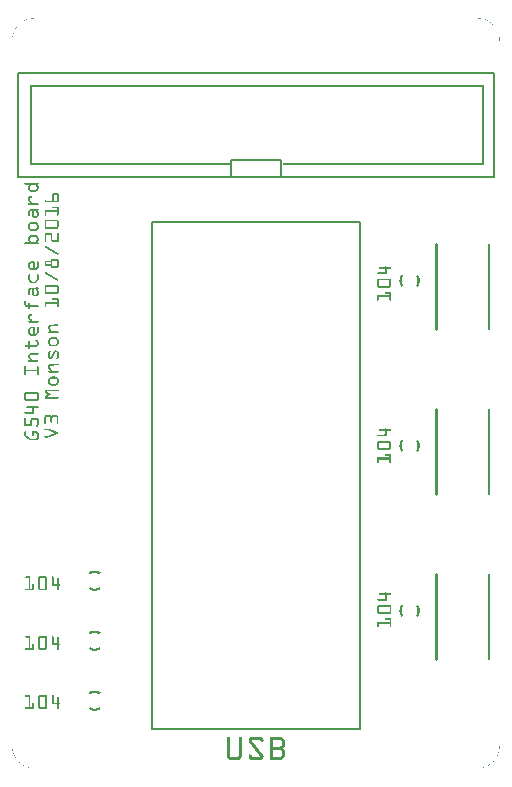
<source format=gto>
G04 MADE WITH FRITZING*
G04 WWW.FRITZING.ORG*
G04 DOUBLE SIDED*
G04 HOLES PLATED*
G04 CONTOUR ON CENTER OF CONTOUR VECTOR*
%ASAXBY*%
%FSLAX23Y23*%
%MOIN*%
%OFA0B0*%
%SFA1.0B1.0*%
%ADD10R,1.595200X0.354200X1.579200X0.338200*%
%ADD11C,0.008000*%
%ADD12R,0.173200X0.063000X0.157200X0.047000*%
%ADD13C,0.010000*%
%ADD14C,0.005000*%
%ADD15R,0.001000X0.001000*%
%LNSILK1*%
G90*
G70*
G54D11*
X19Y2318D02*
X1606Y2318D01*
X1606Y1972D01*
X19Y1972D01*
X19Y2318D01*
D02*
X730Y2027D02*
X895Y2027D01*
X895Y1972D01*
X730Y1972D01*
X730Y2027D01*
D02*
G54D13*
X1412Y1749D02*
X1412Y1463D01*
G54D14*
D02*
X1588Y1463D02*
X1588Y1749D01*
G54D13*
D02*
X1412Y1199D02*
X1412Y913D01*
G54D14*
D02*
X1588Y913D02*
X1588Y1199D01*
G54D13*
D02*
X1412Y649D02*
X1412Y363D01*
G54D14*
D02*
X1588Y363D02*
X1588Y649D01*
G54D11*
X466Y130D02*
X1158Y130D01*
X1158Y1822D01*
X466Y1822D01*
X466Y130D01*
D02*
G54D15*
X62Y2500D02*
X72Y2500D01*
X1552Y2500D02*
X1562Y2500D01*
X57Y2499D02*
X61Y2499D01*
X1563Y2499D02*
X1567Y2499D01*
X53Y2498D02*
X55Y2498D01*
X1568Y2498D02*
X1571Y2498D01*
X50Y2497D02*
X52Y2497D01*
X1572Y2497D02*
X1572Y2497D01*
X1574Y2497D02*
X1574Y2497D01*
X47Y2496D02*
X49Y2496D01*
X1575Y2496D02*
X1577Y2496D01*
X45Y2495D02*
X46Y2495D01*
X1578Y2495D02*
X1579Y2495D01*
X42Y2494D02*
X43Y2494D01*
X1581Y2494D02*
X1582Y2494D01*
X40Y2493D02*
X41Y2493D01*
X1583Y2493D02*
X1584Y2493D01*
X39Y2492D02*
X39Y2492D01*
X1585Y2492D02*
X1585Y2492D01*
X37Y2491D02*
X37Y2491D01*
X1587Y2491D02*
X1587Y2491D01*
X35Y2490D02*
X36Y2490D01*
X1588Y2490D02*
X1589Y2490D01*
X34Y2489D02*
X34Y2489D01*
X1590Y2489D02*
X1590Y2489D01*
X32Y2488D02*
X32Y2488D01*
X1591Y2488D02*
X1592Y2488D01*
X31Y2487D02*
X31Y2487D01*
X1593Y2487D02*
X1593Y2487D01*
X29Y2486D02*
X30Y2486D01*
X1594Y2486D02*
X1595Y2486D01*
X28Y2485D02*
X28Y2485D01*
X1596Y2485D02*
X1596Y2485D01*
X27Y2484D02*
X27Y2484D01*
X1597Y2484D02*
X1597Y2484D01*
X25Y2482D02*
X25Y2482D01*
X1599Y2482D02*
X1599Y2482D01*
X24Y2481D02*
X24Y2481D01*
X1600Y2481D02*
X1600Y2481D01*
X22Y2480D02*
X22Y2480D01*
X1601Y2480D02*
X1602Y2480D01*
X20Y2478D02*
X20Y2478D01*
X1604Y2478D02*
X1604Y2478D01*
X20Y2477D02*
X20Y2477D01*
X1604Y2477D02*
X1604Y2477D01*
X19Y2476D02*
X19Y2476D01*
X1605Y2476D02*
X1605Y2476D01*
X18Y2475D02*
X18Y2475D01*
X1606Y2475D02*
X1606Y2475D01*
X17Y2474D02*
X17Y2474D01*
X1607Y2474D02*
X1607Y2474D01*
X16Y2473D02*
X16Y2473D01*
X1608Y2473D02*
X1608Y2473D01*
X15Y2472D02*
X15Y2472D01*
X1609Y2472D02*
X1609Y2472D01*
X15Y2471D02*
X15Y2471D01*
X1609Y2471D02*
X1609Y2471D01*
X14Y2470D02*
X14Y2470D01*
X1610Y2470D02*
X1610Y2470D01*
X13Y2469D02*
X13Y2469D01*
X1611Y2469D02*
X1611Y2469D01*
X12Y2468D02*
X12Y2468D01*
X1612Y2468D02*
X1612Y2468D01*
X12Y2467D02*
X12Y2467D01*
X1612Y2467D02*
X1612Y2467D01*
X11Y2466D02*
X11Y2466D01*
X1613Y2466D02*
X1613Y2466D01*
X11Y2465D02*
X11Y2465D01*
X1613Y2465D02*
X1613Y2465D01*
X10Y2464D02*
X10Y2464D01*
X1614Y2464D02*
X1614Y2464D01*
X9Y2463D02*
X9Y2463D01*
X1615Y2463D02*
X1615Y2463D01*
X9Y2462D02*
X9Y2462D01*
X1615Y2462D02*
X1615Y2462D01*
X8Y2461D02*
X8Y2461D01*
X1616Y2461D02*
X1616Y2461D01*
X8Y2460D02*
X8Y2460D01*
X1616Y2460D02*
X1616Y2460D01*
X7Y2459D02*
X7Y2459D01*
X1617Y2459D02*
X1617Y2459D01*
X7Y2458D02*
X7Y2458D01*
X1617Y2458D02*
X1617Y2458D01*
X6Y2457D02*
X6Y2457D01*
X1618Y2457D02*
X1618Y2457D01*
X6Y2456D02*
X6Y2456D01*
X1618Y2456D02*
X1618Y2456D01*
X5Y2454D02*
X5Y2454D01*
X1619Y2454D02*
X1619Y2454D01*
X5Y2453D02*
X5Y2453D01*
X1619Y2453D02*
X1619Y2453D01*
X4Y2452D02*
X4Y2452D01*
X1620Y2452D02*
X1620Y2452D01*
X4Y2451D02*
X4Y2451D01*
X1620Y2451D02*
X1620Y2451D01*
X4Y2450D02*
X4Y2450D01*
X1620Y2450D02*
X1620Y2450D01*
X3Y2449D02*
X3Y2449D01*
X1621Y2449D02*
X1621Y2449D01*
X3Y2448D02*
X3Y2448D01*
X1621Y2448D02*
X1621Y2448D01*
X3Y2447D02*
X3Y2447D01*
X1621Y2447D02*
X1621Y2447D01*
X2Y2446D02*
X2Y2446D01*
X1622Y2446D02*
X1622Y2446D01*
X2Y2445D02*
X2Y2445D01*
X1622Y2445D02*
X1622Y2445D01*
X2Y2444D02*
X2Y2444D01*
X1622Y2444D02*
X1622Y2444D01*
X2Y2443D02*
X2Y2443D01*
X1622Y2443D02*
X1622Y2443D01*
X1Y2442D02*
X1Y2442D01*
X1623Y2442D02*
X1623Y2442D01*
X1Y2441D02*
X1Y2441D01*
X1623Y2441D02*
X1623Y2441D01*
X1Y2440D02*
X1Y2440D01*
X1623Y2440D02*
X1623Y2440D01*
X1Y2439D02*
X1Y2439D01*
X1623Y2439D02*
X1623Y2439D01*
X1Y2438D02*
X1Y2438D01*
X1623Y2438D02*
X1623Y2438D01*
X0Y2437D02*
X0Y2437D01*
X1624Y2437D02*
X1624Y2437D01*
X0Y2436D02*
X0Y2436D01*
X1624Y2436D02*
X1624Y2436D01*
X0Y2435D02*
X0Y2435D01*
X1624Y2435D02*
X1624Y2435D01*
X0Y2434D02*
X0Y2434D01*
X1624Y2434D02*
X1624Y2434D01*
X0Y2433D02*
X0Y2433D01*
X1624Y2433D02*
X1624Y2433D01*
X0Y2432D02*
X0Y2432D01*
X1624Y2432D02*
X1624Y2432D01*
X0Y2431D02*
X0Y2431D01*
X1624Y2431D02*
X1624Y2431D01*
X0Y2430D02*
X0Y2430D01*
X1624Y2430D02*
X1624Y2430D01*
X0Y2429D02*
X0Y2429D01*
X1624Y2429D02*
X1624Y2429D01*
X0Y2428D02*
X0Y2428D01*
X1624Y2428D02*
X1624Y2428D01*
X0Y2427D02*
X0Y2427D01*
X1624Y2427D02*
X1624Y2427D01*
X0Y2426D02*
X0Y2426D01*
X1624Y2426D02*
X1624Y2426D01*
X58Y2279D02*
X1573Y2279D01*
X58Y2278D02*
X1573Y2278D01*
X58Y2277D02*
X1573Y2277D01*
X58Y2276D02*
X1573Y2276D01*
X58Y2275D02*
X1573Y2275D01*
X58Y2274D02*
X1573Y2274D01*
X58Y2273D02*
X1573Y2273D01*
X58Y2272D02*
X1573Y2272D01*
X58Y2271D02*
X65Y2271D01*
X1566Y2271D02*
X1573Y2271D01*
X58Y2270D02*
X65Y2270D01*
X1566Y2270D02*
X1573Y2270D01*
X58Y2269D02*
X65Y2269D01*
X1566Y2269D02*
X1573Y2269D01*
X58Y2268D02*
X65Y2268D01*
X1566Y2268D02*
X1573Y2268D01*
X58Y2267D02*
X65Y2267D01*
X1566Y2267D02*
X1573Y2267D01*
X58Y2266D02*
X65Y2266D01*
X1566Y2266D02*
X1573Y2266D01*
X58Y2265D02*
X65Y2265D01*
X1566Y2265D02*
X1573Y2265D01*
X58Y2264D02*
X65Y2264D01*
X1566Y2264D02*
X1573Y2264D01*
X58Y2263D02*
X65Y2263D01*
X1566Y2263D02*
X1573Y2263D01*
X58Y2262D02*
X65Y2262D01*
X1566Y2262D02*
X1573Y2262D01*
X58Y2261D02*
X65Y2261D01*
X1566Y2261D02*
X1573Y2261D01*
X58Y2260D02*
X65Y2260D01*
X1566Y2260D02*
X1573Y2260D01*
X58Y2259D02*
X65Y2259D01*
X1566Y2259D02*
X1573Y2259D01*
X58Y2258D02*
X65Y2258D01*
X1566Y2258D02*
X1573Y2258D01*
X58Y2257D02*
X65Y2257D01*
X1566Y2257D02*
X1573Y2257D01*
X58Y2256D02*
X65Y2256D01*
X1566Y2256D02*
X1573Y2256D01*
X58Y2255D02*
X65Y2255D01*
X1566Y2255D02*
X1573Y2255D01*
X58Y2254D02*
X65Y2254D01*
X1566Y2254D02*
X1573Y2254D01*
X58Y2253D02*
X65Y2253D01*
X1566Y2253D02*
X1573Y2253D01*
X58Y2252D02*
X65Y2252D01*
X1566Y2252D02*
X1573Y2252D01*
X58Y2251D02*
X65Y2251D01*
X1566Y2251D02*
X1573Y2251D01*
X58Y2250D02*
X65Y2250D01*
X1566Y2250D02*
X1573Y2250D01*
X58Y2249D02*
X65Y2249D01*
X1566Y2249D02*
X1573Y2249D01*
X58Y2248D02*
X65Y2248D01*
X1566Y2248D02*
X1573Y2248D01*
X58Y2247D02*
X65Y2247D01*
X1566Y2247D02*
X1573Y2247D01*
X58Y2246D02*
X65Y2246D01*
X1566Y2246D02*
X1573Y2246D01*
X58Y2245D02*
X65Y2245D01*
X1566Y2245D02*
X1573Y2245D01*
X58Y2244D02*
X65Y2244D01*
X1566Y2244D02*
X1573Y2244D01*
X58Y2243D02*
X65Y2243D01*
X1566Y2243D02*
X1573Y2243D01*
X58Y2242D02*
X65Y2242D01*
X1566Y2242D02*
X1573Y2242D01*
X58Y2241D02*
X65Y2241D01*
X1566Y2241D02*
X1573Y2241D01*
X58Y2240D02*
X65Y2240D01*
X1566Y2240D02*
X1573Y2240D01*
X58Y2239D02*
X65Y2239D01*
X1566Y2239D02*
X1573Y2239D01*
X58Y2238D02*
X65Y2238D01*
X1566Y2238D02*
X1573Y2238D01*
X58Y2237D02*
X65Y2237D01*
X1566Y2237D02*
X1573Y2237D01*
X58Y2236D02*
X65Y2236D01*
X1566Y2236D02*
X1573Y2236D01*
X58Y2235D02*
X65Y2235D01*
X1566Y2235D02*
X1573Y2235D01*
X58Y2234D02*
X65Y2234D01*
X1566Y2234D02*
X1573Y2234D01*
X58Y2233D02*
X65Y2233D01*
X1566Y2233D02*
X1573Y2233D01*
X58Y2232D02*
X65Y2232D01*
X1566Y2232D02*
X1573Y2232D01*
X58Y2231D02*
X65Y2231D01*
X1566Y2231D02*
X1573Y2231D01*
X58Y2230D02*
X65Y2230D01*
X1566Y2230D02*
X1573Y2230D01*
X58Y2229D02*
X65Y2229D01*
X1566Y2229D02*
X1573Y2229D01*
X58Y2228D02*
X65Y2228D01*
X1566Y2228D02*
X1573Y2228D01*
X58Y2227D02*
X65Y2227D01*
X1566Y2227D02*
X1573Y2227D01*
X58Y2226D02*
X65Y2226D01*
X1566Y2226D02*
X1573Y2226D01*
X58Y2225D02*
X65Y2225D01*
X1566Y2225D02*
X1573Y2225D01*
X58Y2224D02*
X65Y2224D01*
X1566Y2224D02*
X1573Y2224D01*
X58Y2223D02*
X65Y2223D01*
X1566Y2223D02*
X1573Y2223D01*
X58Y2222D02*
X65Y2222D01*
X1566Y2222D02*
X1573Y2222D01*
X58Y2221D02*
X65Y2221D01*
X1566Y2221D02*
X1573Y2221D01*
X58Y2220D02*
X65Y2220D01*
X1566Y2220D02*
X1573Y2220D01*
X58Y2219D02*
X65Y2219D01*
X1566Y2219D02*
X1573Y2219D01*
X58Y2218D02*
X65Y2218D01*
X1566Y2218D02*
X1573Y2218D01*
X58Y2217D02*
X65Y2217D01*
X1566Y2217D02*
X1573Y2217D01*
X58Y2216D02*
X65Y2216D01*
X1566Y2216D02*
X1573Y2216D01*
X58Y2215D02*
X65Y2215D01*
X1566Y2215D02*
X1573Y2215D01*
X58Y2214D02*
X65Y2214D01*
X1566Y2214D02*
X1573Y2214D01*
X58Y2213D02*
X65Y2213D01*
X1566Y2213D02*
X1573Y2213D01*
X58Y2212D02*
X65Y2212D01*
X1566Y2212D02*
X1573Y2212D01*
X58Y2211D02*
X65Y2211D01*
X1566Y2211D02*
X1573Y2211D01*
X58Y2210D02*
X65Y2210D01*
X1566Y2210D02*
X1573Y2210D01*
X58Y2209D02*
X65Y2209D01*
X1566Y2209D02*
X1573Y2209D01*
X58Y2208D02*
X65Y2208D01*
X1566Y2208D02*
X1573Y2208D01*
X58Y2207D02*
X65Y2207D01*
X1566Y2207D02*
X1573Y2207D01*
X58Y2206D02*
X65Y2206D01*
X1566Y2206D02*
X1573Y2206D01*
X58Y2205D02*
X65Y2205D01*
X1566Y2205D02*
X1573Y2205D01*
X58Y2204D02*
X65Y2204D01*
X1566Y2204D02*
X1573Y2204D01*
X58Y2203D02*
X65Y2203D01*
X1566Y2203D02*
X1573Y2203D01*
X58Y2202D02*
X65Y2202D01*
X1566Y2202D02*
X1573Y2202D01*
X58Y2201D02*
X65Y2201D01*
X1566Y2201D02*
X1573Y2201D01*
X58Y2200D02*
X65Y2200D01*
X1566Y2200D02*
X1573Y2200D01*
X58Y2199D02*
X65Y2199D01*
X1566Y2199D02*
X1573Y2199D01*
X58Y2198D02*
X65Y2198D01*
X1566Y2198D02*
X1573Y2198D01*
X58Y2197D02*
X65Y2197D01*
X1566Y2197D02*
X1573Y2197D01*
X58Y2196D02*
X65Y2196D01*
X1566Y2196D02*
X1573Y2196D01*
X58Y2195D02*
X65Y2195D01*
X1566Y2195D02*
X1573Y2195D01*
X58Y2194D02*
X65Y2194D01*
X1566Y2194D02*
X1573Y2194D01*
X58Y2193D02*
X65Y2193D01*
X1566Y2193D02*
X1573Y2193D01*
X58Y2192D02*
X65Y2192D01*
X1566Y2192D02*
X1573Y2192D01*
X58Y2191D02*
X65Y2191D01*
X1566Y2191D02*
X1573Y2191D01*
X58Y2190D02*
X65Y2190D01*
X1566Y2190D02*
X1573Y2190D01*
X58Y2189D02*
X65Y2189D01*
X1566Y2189D02*
X1573Y2189D01*
X58Y2188D02*
X65Y2188D01*
X1566Y2188D02*
X1573Y2188D01*
X58Y2187D02*
X65Y2187D01*
X1566Y2187D02*
X1573Y2187D01*
X58Y2186D02*
X65Y2186D01*
X1566Y2186D02*
X1573Y2186D01*
X58Y2185D02*
X65Y2185D01*
X1566Y2185D02*
X1573Y2185D01*
X58Y2184D02*
X65Y2184D01*
X1566Y2184D02*
X1573Y2184D01*
X58Y2183D02*
X65Y2183D01*
X1566Y2183D02*
X1573Y2183D01*
X58Y2182D02*
X65Y2182D01*
X1566Y2182D02*
X1573Y2182D01*
X58Y2181D02*
X65Y2181D01*
X1566Y2181D02*
X1573Y2181D01*
X58Y2180D02*
X65Y2180D01*
X1566Y2180D02*
X1573Y2180D01*
X58Y2179D02*
X65Y2179D01*
X1566Y2179D02*
X1573Y2179D01*
X58Y2178D02*
X65Y2178D01*
X1566Y2178D02*
X1573Y2178D01*
X58Y2177D02*
X65Y2177D01*
X1566Y2177D02*
X1573Y2177D01*
X58Y2176D02*
X65Y2176D01*
X1566Y2176D02*
X1573Y2176D01*
X58Y2175D02*
X65Y2175D01*
X1566Y2175D02*
X1573Y2175D01*
X58Y2174D02*
X65Y2174D01*
X1566Y2174D02*
X1573Y2174D01*
X58Y2173D02*
X65Y2173D01*
X1566Y2173D02*
X1573Y2173D01*
X58Y2172D02*
X65Y2172D01*
X1566Y2172D02*
X1573Y2172D01*
X58Y2171D02*
X65Y2171D01*
X1566Y2171D02*
X1573Y2171D01*
X58Y2170D02*
X65Y2170D01*
X1566Y2170D02*
X1573Y2170D01*
X58Y2169D02*
X65Y2169D01*
X1566Y2169D02*
X1573Y2169D01*
X58Y2168D02*
X65Y2168D01*
X1566Y2168D02*
X1573Y2168D01*
X58Y2167D02*
X65Y2167D01*
X1566Y2167D02*
X1573Y2167D01*
X58Y2166D02*
X65Y2166D01*
X1566Y2166D02*
X1573Y2166D01*
X58Y2165D02*
X65Y2165D01*
X1566Y2165D02*
X1573Y2165D01*
X58Y2164D02*
X65Y2164D01*
X1566Y2164D02*
X1573Y2164D01*
X58Y2163D02*
X65Y2163D01*
X1566Y2163D02*
X1573Y2163D01*
X58Y2162D02*
X65Y2162D01*
X1566Y2162D02*
X1573Y2162D01*
X58Y2161D02*
X65Y2161D01*
X1566Y2161D02*
X1573Y2161D01*
X58Y2160D02*
X65Y2160D01*
X1566Y2160D02*
X1573Y2160D01*
X58Y2159D02*
X65Y2159D01*
X1566Y2159D02*
X1573Y2159D01*
X58Y2158D02*
X65Y2158D01*
X1566Y2158D02*
X1573Y2158D01*
X58Y2157D02*
X65Y2157D01*
X1566Y2157D02*
X1573Y2157D01*
X58Y2156D02*
X65Y2156D01*
X1566Y2156D02*
X1573Y2156D01*
X58Y2155D02*
X65Y2155D01*
X1566Y2155D02*
X1573Y2155D01*
X58Y2154D02*
X65Y2154D01*
X1566Y2154D02*
X1573Y2154D01*
X58Y2153D02*
X65Y2153D01*
X1566Y2153D02*
X1573Y2153D01*
X58Y2152D02*
X65Y2152D01*
X1566Y2152D02*
X1573Y2152D01*
X58Y2151D02*
X65Y2151D01*
X1566Y2151D02*
X1573Y2151D01*
X58Y2150D02*
X65Y2150D01*
X1566Y2150D02*
X1573Y2150D01*
X58Y2149D02*
X65Y2149D01*
X1566Y2149D02*
X1573Y2149D01*
X58Y2148D02*
X65Y2148D01*
X1566Y2148D02*
X1573Y2148D01*
X58Y2147D02*
X65Y2147D01*
X1566Y2147D02*
X1573Y2147D01*
X58Y2146D02*
X65Y2146D01*
X1566Y2146D02*
X1573Y2146D01*
X58Y2145D02*
X65Y2145D01*
X1566Y2145D02*
X1573Y2145D01*
X58Y2144D02*
X65Y2144D01*
X1566Y2144D02*
X1573Y2144D01*
X58Y2143D02*
X65Y2143D01*
X1566Y2143D02*
X1573Y2143D01*
X58Y2142D02*
X65Y2142D01*
X1566Y2142D02*
X1573Y2142D01*
X58Y2141D02*
X65Y2141D01*
X1566Y2141D02*
X1573Y2141D01*
X58Y2140D02*
X65Y2140D01*
X1566Y2140D02*
X1573Y2140D01*
X58Y2139D02*
X65Y2139D01*
X1566Y2139D02*
X1573Y2139D01*
X58Y2138D02*
X65Y2138D01*
X1566Y2138D02*
X1573Y2138D01*
X58Y2137D02*
X65Y2137D01*
X1566Y2137D02*
X1573Y2137D01*
X58Y2136D02*
X65Y2136D01*
X1566Y2136D02*
X1573Y2136D01*
X58Y2135D02*
X65Y2135D01*
X1566Y2135D02*
X1573Y2135D01*
X58Y2134D02*
X65Y2134D01*
X1566Y2134D02*
X1573Y2134D01*
X58Y2133D02*
X65Y2133D01*
X1566Y2133D02*
X1573Y2133D01*
X58Y2132D02*
X65Y2132D01*
X1566Y2132D02*
X1573Y2132D01*
X58Y2131D02*
X65Y2131D01*
X1566Y2131D02*
X1573Y2131D01*
X58Y2130D02*
X65Y2130D01*
X1566Y2130D02*
X1573Y2130D01*
X58Y2129D02*
X65Y2129D01*
X1566Y2129D02*
X1573Y2129D01*
X58Y2128D02*
X65Y2128D01*
X1566Y2128D02*
X1573Y2128D01*
X58Y2127D02*
X65Y2127D01*
X1566Y2127D02*
X1573Y2127D01*
X58Y2126D02*
X65Y2126D01*
X1566Y2126D02*
X1573Y2126D01*
X58Y2125D02*
X65Y2125D01*
X1566Y2125D02*
X1573Y2125D01*
X58Y2124D02*
X65Y2124D01*
X1566Y2124D02*
X1573Y2124D01*
X58Y2123D02*
X65Y2123D01*
X1566Y2123D02*
X1573Y2123D01*
X58Y2122D02*
X65Y2122D01*
X1566Y2122D02*
X1573Y2122D01*
X58Y2121D02*
X65Y2121D01*
X1566Y2121D02*
X1573Y2121D01*
X58Y2120D02*
X65Y2120D01*
X1566Y2120D02*
X1573Y2120D01*
X58Y2119D02*
X65Y2119D01*
X1566Y2119D02*
X1573Y2119D01*
X58Y2118D02*
X65Y2118D01*
X1566Y2118D02*
X1573Y2118D01*
X58Y2117D02*
X65Y2117D01*
X1566Y2117D02*
X1573Y2117D01*
X58Y2116D02*
X65Y2116D01*
X1566Y2116D02*
X1573Y2116D01*
X58Y2115D02*
X65Y2115D01*
X1566Y2115D02*
X1573Y2115D01*
X58Y2114D02*
X65Y2114D01*
X1566Y2114D02*
X1573Y2114D01*
X58Y2113D02*
X65Y2113D01*
X1566Y2113D02*
X1573Y2113D01*
X58Y2112D02*
X65Y2112D01*
X1566Y2112D02*
X1573Y2112D01*
X58Y2111D02*
X65Y2111D01*
X1566Y2111D02*
X1573Y2111D01*
X58Y2110D02*
X65Y2110D01*
X1566Y2110D02*
X1573Y2110D01*
X58Y2109D02*
X65Y2109D01*
X1566Y2109D02*
X1573Y2109D01*
X58Y2108D02*
X65Y2108D01*
X1566Y2108D02*
X1573Y2108D01*
X58Y2107D02*
X65Y2107D01*
X1566Y2107D02*
X1573Y2107D01*
X58Y2106D02*
X65Y2106D01*
X1566Y2106D02*
X1573Y2106D01*
X58Y2105D02*
X65Y2105D01*
X1566Y2105D02*
X1573Y2105D01*
X58Y2104D02*
X65Y2104D01*
X1566Y2104D02*
X1573Y2104D01*
X58Y2103D02*
X65Y2103D01*
X1566Y2103D02*
X1573Y2103D01*
X58Y2102D02*
X65Y2102D01*
X1566Y2102D02*
X1573Y2102D01*
X58Y2101D02*
X65Y2101D01*
X1566Y2101D02*
X1573Y2101D01*
X58Y2100D02*
X65Y2100D01*
X1566Y2100D02*
X1573Y2100D01*
X58Y2099D02*
X65Y2099D01*
X1566Y2099D02*
X1573Y2099D01*
X58Y2098D02*
X65Y2098D01*
X1566Y2098D02*
X1573Y2098D01*
X58Y2097D02*
X65Y2097D01*
X1566Y2097D02*
X1573Y2097D01*
X58Y2096D02*
X65Y2096D01*
X1566Y2096D02*
X1573Y2096D01*
X58Y2095D02*
X65Y2095D01*
X1566Y2095D02*
X1573Y2095D01*
X58Y2094D02*
X65Y2094D01*
X1566Y2094D02*
X1573Y2094D01*
X58Y2093D02*
X65Y2093D01*
X1566Y2093D02*
X1573Y2093D01*
X58Y2092D02*
X65Y2092D01*
X1566Y2092D02*
X1573Y2092D01*
X58Y2091D02*
X65Y2091D01*
X1566Y2091D02*
X1573Y2091D01*
X58Y2090D02*
X65Y2090D01*
X1566Y2090D02*
X1573Y2090D01*
X58Y2089D02*
X65Y2089D01*
X1566Y2089D02*
X1573Y2089D01*
X58Y2088D02*
X65Y2088D01*
X1566Y2088D02*
X1573Y2088D01*
X58Y2087D02*
X65Y2087D01*
X1566Y2087D02*
X1573Y2087D01*
X58Y2086D02*
X65Y2086D01*
X1566Y2086D02*
X1573Y2086D01*
X58Y2085D02*
X65Y2085D01*
X1566Y2085D02*
X1573Y2085D01*
X58Y2084D02*
X65Y2084D01*
X1566Y2084D02*
X1573Y2084D01*
X58Y2083D02*
X65Y2083D01*
X1566Y2083D02*
X1573Y2083D01*
X58Y2082D02*
X65Y2082D01*
X1566Y2082D02*
X1573Y2082D01*
X58Y2081D02*
X65Y2081D01*
X1566Y2081D02*
X1573Y2081D01*
X58Y2080D02*
X65Y2080D01*
X1566Y2080D02*
X1573Y2080D01*
X58Y2079D02*
X65Y2079D01*
X1566Y2079D02*
X1573Y2079D01*
X58Y2078D02*
X65Y2078D01*
X1566Y2078D02*
X1573Y2078D01*
X58Y2077D02*
X65Y2077D01*
X1566Y2077D02*
X1573Y2077D01*
X58Y2076D02*
X65Y2076D01*
X1566Y2076D02*
X1573Y2076D01*
X58Y2075D02*
X65Y2075D01*
X1566Y2075D02*
X1573Y2075D01*
X58Y2074D02*
X65Y2074D01*
X1566Y2074D02*
X1573Y2074D01*
X58Y2073D02*
X65Y2073D01*
X1566Y2073D02*
X1573Y2073D01*
X58Y2072D02*
X65Y2072D01*
X1566Y2072D02*
X1573Y2072D01*
X58Y2071D02*
X65Y2071D01*
X1566Y2071D02*
X1573Y2071D01*
X58Y2070D02*
X65Y2070D01*
X1566Y2070D02*
X1573Y2070D01*
X58Y2069D02*
X65Y2069D01*
X1566Y2069D02*
X1573Y2069D01*
X58Y2068D02*
X65Y2068D01*
X1566Y2068D02*
X1573Y2068D01*
X58Y2067D02*
X65Y2067D01*
X1566Y2067D02*
X1573Y2067D01*
X58Y2066D02*
X65Y2066D01*
X1566Y2066D02*
X1573Y2066D01*
X58Y2065D02*
X65Y2065D01*
X1566Y2065D02*
X1573Y2065D01*
X58Y2064D02*
X65Y2064D01*
X1566Y2064D02*
X1573Y2064D01*
X58Y2063D02*
X65Y2063D01*
X1566Y2063D02*
X1573Y2063D01*
X58Y2062D02*
X65Y2062D01*
X1566Y2062D02*
X1573Y2062D01*
X58Y2061D02*
X65Y2061D01*
X1566Y2061D02*
X1573Y2061D01*
X58Y2060D02*
X65Y2060D01*
X1566Y2060D02*
X1573Y2060D01*
X58Y2059D02*
X65Y2059D01*
X1566Y2059D02*
X1573Y2059D01*
X58Y2058D02*
X65Y2058D01*
X1566Y2058D02*
X1573Y2058D01*
X58Y2057D02*
X65Y2057D01*
X1566Y2057D02*
X1573Y2057D01*
X58Y2056D02*
X65Y2056D01*
X1566Y2056D02*
X1573Y2056D01*
X58Y2055D02*
X65Y2055D01*
X1566Y2055D02*
X1573Y2055D01*
X58Y2054D02*
X65Y2054D01*
X1566Y2054D02*
X1573Y2054D01*
X58Y2053D02*
X65Y2053D01*
X1566Y2053D02*
X1573Y2053D01*
X58Y2052D02*
X65Y2052D01*
X1566Y2052D02*
X1573Y2052D01*
X58Y2051D02*
X65Y2051D01*
X1566Y2051D02*
X1573Y2051D01*
X58Y2050D02*
X65Y2050D01*
X1566Y2050D02*
X1573Y2050D01*
X58Y2049D02*
X65Y2049D01*
X1566Y2049D02*
X1573Y2049D01*
X58Y2048D02*
X65Y2048D01*
X1566Y2048D02*
X1573Y2048D01*
X58Y2047D02*
X65Y2047D01*
X1566Y2047D02*
X1573Y2047D01*
X58Y2046D02*
X65Y2046D01*
X1566Y2046D02*
X1573Y2046D01*
X58Y2045D02*
X65Y2045D01*
X1566Y2045D02*
X1573Y2045D01*
X58Y2044D02*
X65Y2044D01*
X1566Y2044D02*
X1573Y2044D01*
X58Y2043D02*
X65Y2043D01*
X1566Y2043D02*
X1573Y2043D01*
X58Y2042D02*
X65Y2042D01*
X1566Y2042D02*
X1573Y2042D01*
X58Y2041D02*
X65Y2041D01*
X1566Y2041D02*
X1573Y2041D01*
X58Y2040D02*
X65Y2040D01*
X1566Y2040D02*
X1573Y2040D01*
X58Y2039D02*
X65Y2039D01*
X1566Y2039D02*
X1573Y2039D01*
X58Y2038D02*
X65Y2038D01*
X1566Y2038D02*
X1573Y2038D01*
X58Y2037D02*
X65Y2037D01*
X1566Y2037D02*
X1573Y2037D01*
X58Y2036D02*
X65Y2036D01*
X1566Y2036D02*
X1573Y2036D01*
X58Y2035D02*
X65Y2035D01*
X1566Y2035D02*
X1573Y2035D01*
X58Y2034D02*
X65Y2034D01*
X1566Y2034D02*
X1573Y2034D01*
X58Y2033D02*
X65Y2033D01*
X1566Y2033D02*
X1573Y2033D01*
X58Y2032D02*
X65Y2032D01*
X1566Y2032D02*
X1573Y2032D01*
X58Y2031D02*
X65Y2031D01*
X1566Y2031D02*
X1573Y2031D01*
X58Y2030D02*
X65Y2030D01*
X1566Y2030D02*
X1573Y2030D01*
X58Y2029D02*
X65Y2029D01*
X1566Y2029D02*
X1573Y2029D01*
X58Y2028D02*
X65Y2028D01*
X1566Y2028D02*
X1573Y2028D01*
X58Y2027D02*
X65Y2027D01*
X1566Y2027D02*
X1573Y2027D01*
X58Y2026D02*
X65Y2026D01*
X1566Y2026D02*
X1573Y2026D01*
X58Y2025D02*
X65Y2025D01*
X1566Y2025D02*
X1573Y2025D01*
X58Y2024D02*
X65Y2024D01*
X1566Y2024D02*
X1573Y2024D01*
X58Y2023D02*
X65Y2023D01*
X1566Y2023D02*
X1573Y2023D01*
X58Y2022D02*
X65Y2022D01*
X1566Y2022D02*
X1573Y2022D01*
X58Y2021D02*
X65Y2021D01*
X1566Y2021D02*
X1573Y2021D01*
X58Y2020D02*
X65Y2020D01*
X1566Y2020D02*
X1573Y2020D01*
X58Y2019D02*
X729Y2019D01*
X902Y2019D02*
X1573Y2019D01*
X58Y2018D02*
X729Y2018D01*
X902Y2018D02*
X1573Y2018D01*
X58Y2017D02*
X729Y2017D01*
X902Y2017D02*
X1573Y2017D01*
X58Y2016D02*
X729Y2016D01*
X902Y2016D02*
X1573Y2016D01*
X58Y2015D02*
X729Y2015D01*
X902Y2015D02*
X1573Y2015D01*
X58Y2014D02*
X729Y2014D01*
X902Y2014D02*
X1573Y2014D01*
X58Y2013D02*
X729Y2013D01*
X902Y2013D02*
X1573Y2013D01*
X58Y2012D02*
X729Y2012D01*
X902Y2012D02*
X1573Y2012D01*
X43Y1952D02*
X84Y1952D01*
X42Y1951D02*
X86Y1951D01*
X41Y1950D02*
X87Y1950D01*
X41Y1949D02*
X87Y1949D01*
X41Y1948D02*
X87Y1948D01*
X42Y1947D02*
X86Y1947D01*
X44Y1946D02*
X84Y1946D01*
X57Y1945D02*
X64Y1945D01*
X76Y1945D02*
X84Y1945D01*
X56Y1944D02*
X63Y1944D01*
X77Y1944D02*
X85Y1944D01*
X55Y1943D02*
X62Y1943D01*
X78Y1943D02*
X85Y1943D01*
X55Y1942D02*
X61Y1942D01*
X79Y1942D02*
X86Y1942D01*
X54Y1941D02*
X61Y1941D01*
X80Y1941D02*
X86Y1941D01*
X54Y1940D02*
X60Y1940D01*
X81Y1940D02*
X87Y1940D01*
X54Y1939D02*
X59Y1939D01*
X82Y1939D02*
X87Y1939D01*
X54Y1938D02*
X59Y1938D01*
X82Y1938D02*
X87Y1938D01*
X54Y1937D02*
X59Y1937D01*
X82Y1937D02*
X87Y1937D01*
X54Y1936D02*
X59Y1936D01*
X82Y1936D02*
X87Y1936D01*
X54Y1935D02*
X59Y1935D01*
X82Y1935D02*
X87Y1935D01*
X54Y1934D02*
X59Y1934D01*
X82Y1934D02*
X87Y1934D01*
X54Y1933D02*
X59Y1933D01*
X82Y1933D02*
X87Y1933D01*
X54Y1932D02*
X59Y1932D01*
X82Y1932D02*
X87Y1932D01*
X54Y1931D02*
X60Y1931D01*
X81Y1931D02*
X87Y1931D01*
X54Y1930D02*
X60Y1930D01*
X80Y1930D02*
X86Y1930D01*
X55Y1929D02*
X61Y1929D01*
X79Y1929D02*
X86Y1929D01*
X55Y1928D02*
X85Y1928D01*
X56Y1927D02*
X85Y1927D01*
X57Y1926D02*
X84Y1926D01*
X58Y1925D02*
X83Y1925D01*
X59Y1924D02*
X82Y1924D01*
X60Y1923D02*
X80Y1923D01*
X64Y1922D02*
X77Y1922D01*
X135Y1916D02*
X152Y1916D01*
X134Y1915D02*
X153Y1915D01*
X133Y1914D02*
X154Y1914D01*
X133Y1913D02*
X154Y1913D01*
X133Y1912D02*
X154Y1912D01*
X133Y1911D02*
X154Y1911D01*
X133Y1910D02*
X138Y1910D01*
X149Y1910D02*
X154Y1910D01*
X133Y1909D02*
X138Y1909D01*
X149Y1909D02*
X154Y1909D01*
X60Y1908D02*
X65Y1908D01*
X133Y1908D02*
X138Y1908D01*
X149Y1908D02*
X154Y1908D01*
X58Y1907D02*
X66Y1907D01*
X133Y1907D02*
X138Y1907D01*
X149Y1907D02*
X154Y1907D01*
X56Y1906D02*
X66Y1906D01*
X133Y1906D02*
X138Y1906D01*
X149Y1906D02*
X154Y1906D01*
X56Y1905D02*
X66Y1905D01*
X133Y1905D02*
X138Y1905D01*
X149Y1905D02*
X154Y1905D01*
X55Y1904D02*
X66Y1904D01*
X133Y1904D02*
X138Y1904D01*
X149Y1904D02*
X154Y1904D01*
X54Y1903D02*
X65Y1903D01*
X133Y1903D02*
X138Y1903D01*
X149Y1903D02*
X154Y1903D01*
X54Y1902D02*
X60Y1902D01*
X133Y1902D02*
X138Y1902D01*
X149Y1902D02*
X154Y1902D01*
X54Y1901D02*
X59Y1901D01*
X133Y1901D02*
X138Y1901D01*
X149Y1901D02*
X154Y1901D01*
X54Y1900D02*
X59Y1900D01*
X133Y1900D02*
X138Y1900D01*
X149Y1900D02*
X154Y1900D01*
X54Y1899D02*
X59Y1899D01*
X133Y1899D02*
X138Y1899D01*
X149Y1899D02*
X154Y1899D01*
X54Y1898D02*
X59Y1898D01*
X133Y1898D02*
X138Y1898D01*
X149Y1898D02*
X154Y1898D01*
X54Y1897D02*
X59Y1897D01*
X133Y1897D02*
X138Y1897D01*
X149Y1897D02*
X154Y1897D01*
X54Y1896D02*
X59Y1896D01*
X133Y1896D02*
X138Y1896D01*
X149Y1896D02*
X154Y1896D01*
X54Y1895D02*
X59Y1895D01*
X109Y1895D02*
X111Y1895D01*
X133Y1895D02*
X138Y1895D01*
X149Y1895D02*
X154Y1895D01*
X54Y1894D02*
X59Y1894D01*
X108Y1894D02*
X112Y1894D01*
X133Y1894D02*
X138Y1894D01*
X149Y1894D02*
X154Y1894D01*
X54Y1893D02*
X60Y1893D01*
X108Y1893D02*
X113Y1893D01*
X133Y1893D02*
X138Y1893D01*
X149Y1893D02*
X154Y1893D01*
X54Y1892D02*
X61Y1892D01*
X108Y1892D02*
X154Y1892D01*
X55Y1891D02*
X62Y1891D01*
X108Y1891D02*
X154Y1891D01*
X55Y1890D02*
X63Y1890D01*
X108Y1890D02*
X154Y1890D01*
X56Y1889D02*
X63Y1889D01*
X108Y1889D02*
X154Y1889D01*
X57Y1888D02*
X64Y1888D01*
X108Y1888D02*
X153Y1888D01*
X58Y1887D02*
X65Y1887D01*
X109Y1887D02*
X153Y1887D01*
X59Y1886D02*
X66Y1886D01*
X60Y1885D02*
X67Y1885D01*
X55Y1884D02*
X85Y1884D01*
X54Y1883D02*
X86Y1883D01*
X54Y1882D02*
X87Y1882D01*
X54Y1881D02*
X87Y1881D01*
X54Y1880D02*
X87Y1880D01*
X55Y1879D02*
X86Y1879D01*
X134Y1872D02*
X153Y1872D01*
X134Y1871D02*
X154Y1871D01*
X133Y1870D02*
X154Y1870D01*
X133Y1869D02*
X154Y1869D01*
X134Y1868D02*
X154Y1868D01*
X135Y1867D02*
X154Y1867D01*
X149Y1866D02*
X154Y1866D01*
X149Y1865D02*
X154Y1865D01*
X62Y1864D02*
X86Y1864D01*
X149Y1864D02*
X154Y1864D01*
X58Y1863D02*
X87Y1863D01*
X149Y1863D02*
X154Y1863D01*
X57Y1862D02*
X87Y1862D01*
X149Y1862D02*
X154Y1862D01*
X56Y1861D02*
X87Y1861D01*
X148Y1861D02*
X154Y1861D01*
X55Y1860D02*
X86Y1860D01*
X108Y1860D02*
X154Y1860D01*
X54Y1859D02*
X85Y1859D01*
X108Y1859D02*
X154Y1859D01*
X54Y1858D02*
X63Y1858D01*
X66Y1858D02*
X73Y1858D01*
X78Y1858D02*
X84Y1858D01*
X108Y1858D02*
X154Y1858D01*
X54Y1857D02*
X60Y1857D01*
X67Y1857D02*
X72Y1857D01*
X79Y1857D02*
X85Y1857D01*
X108Y1857D02*
X154Y1857D01*
X54Y1856D02*
X59Y1856D01*
X66Y1856D02*
X72Y1856D01*
X79Y1856D02*
X86Y1856D01*
X108Y1856D02*
X154Y1856D01*
X54Y1855D02*
X59Y1855D01*
X66Y1855D02*
X72Y1855D01*
X80Y1855D02*
X86Y1855D01*
X108Y1855D02*
X154Y1855D01*
X54Y1854D02*
X59Y1854D01*
X66Y1854D02*
X72Y1854D01*
X81Y1854D02*
X87Y1854D01*
X108Y1854D02*
X113Y1854D01*
X149Y1854D02*
X154Y1854D01*
X54Y1853D02*
X59Y1853D01*
X66Y1853D02*
X72Y1853D01*
X81Y1853D02*
X87Y1853D01*
X108Y1853D02*
X113Y1853D01*
X149Y1853D02*
X154Y1853D01*
X54Y1852D02*
X59Y1852D01*
X66Y1852D02*
X72Y1852D01*
X82Y1852D02*
X87Y1852D01*
X108Y1852D02*
X113Y1852D01*
X149Y1852D02*
X154Y1852D01*
X54Y1851D02*
X59Y1851D01*
X66Y1851D02*
X72Y1851D01*
X82Y1851D02*
X87Y1851D01*
X108Y1851D02*
X113Y1851D01*
X149Y1851D02*
X154Y1851D01*
X54Y1850D02*
X59Y1850D01*
X66Y1850D02*
X72Y1850D01*
X82Y1850D02*
X87Y1850D01*
X108Y1850D02*
X113Y1850D01*
X149Y1850D02*
X154Y1850D01*
X54Y1849D02*
X59Y1849D01*
X66Y1849D02*
X72Y1849D01*
X82Y1849D02*
X87Y1849D01*
X108Y1849D02*
X113Y1849D01*
X149Y1849D02*
X154Y1849D01*
X54Y1848D02*
X59Y1848D01*
X66Y1848D02*
X72Y1848D01*
X82Y1848D02*
X87Y1848D01*
X108Y1848D02*
X113Y1848D01*
X149Y1848D02*
X154Y1848D01*
X54Y1847D02*
X59Y1847D01*
X66Y1847D02*
X72Y1847D01*
X82Y1847D02*
X87Y1847D01*
X108Y1847D02*
X113Y1847D01*
X149Y1847D02*
X154Y1847D01*
X54Y1846D02*
X59Y1846D01*
X66Y1846D02*
X72Y1846D01*
X82Y1846D02*
X87Y1846D01*
X108Y1846D02*
X113Y1846D01*
X149Y1846D02*
X154Y1846D01*
X54Y1845D02*
X59Y1845D01*
X66Y1845D02*
X72Y1845D01*
X82Y1845D02*
X87Y1845D01*
X108Y1845D02*
X113Y1845D01*
X149Y1845D02*
X154Y1845D01*
X54Y1844D02*
X59Y1844D01*
X66Y1844D02*
X72Y1844D01*
X82Y1844D02*
X87Y1844D01*
X108Y1844D02*
X112Y1844D01*
X149Y1844D02*
X153Y1844D01*
X54Y1843D02*
X59Y1843D01*
X66Y1843D02*
X72Y1843D01*
X82Y1843D02*
X87Y1843D01*
X110Y1843D02*
X111Y1843D01*
X151Y1843D02*
X152Y1843D01*
X54Y1842D02*
X58Y1842D01*
X67Y1842D02*
X72Y1842D01*
X81Y1842D02*
X87Y1842D01*
X55Y1841D02*
X57Y1841D01*
X67Y1841D02*
X74Y1841D01*
X80Y1841D02*
X87Y1841D01*
X67Y1840D02*
X86Y1840D01*
X68Y1839D02*
X86Y1839D01*
X69Y1838D02*
X85Y1838D01*
X70Y1837D02*
X84Y1837D01*
X71Y1836D02*
X82Y1836D01*
X73Y1835D02*
X80Y1835D01*
X112Y1829D02*
X150Y1829D01*
X110Y1828D02*
X151Y1828D01*
X109Y1827D02*
X152Y1827D01*
X108Y1826D02*
X153Y1826D01*
X108Y1825D02*
X154Y1825D01*
X108Y1824D02*
X154Y1824D01*
X108Y1823D02*
X113Y1823D01*
X149Y1823D02*
X154Y1823D01*
X108Y1822D02*
X113Y1822D01*
X149Y1822D02*
X154Y1822D01*
X62Y1821D02*
X78Y1821D01*
X108Y1821D02*
X113Y1821D01*
X149Y1821D02*
X154Y1821D01*
X60Y1820D02*
X81Y1820D01*
X108Y1820D02*
X113Y1820D01*
X149Y1820D02*
X154Y1820D01*
X59Y1819D02*
X82Y1819D01*
X108Y1819D02*
X113Y1819D01*
X149Y1819D02*
X154Y1819D01*
X58Y1818D02*
X83Y1818D01*
X108Y1818D02*
X113Y1818D01*
X149Y1818D02*
X154Y1818D01*
X57Y1817D02*
X84Y1817D01*
X108Y1817D02*
X113Y1817D01*
X149Y1817D02*
X154Y1817D01*
X56Y1816D02*
X85Y1816D01*
X108Y1816D02*
X113Y1816D01*
X149Y1816D02*
X154Y1816D01*
X55Y1815D02*
X63Y1815D01*
X78Y1815D02*
X85Y1815D01*
X108Y1815D02*
X113Y1815D01*
X149Y1815D02*
X154Y1815D01*
X55Y1814D02*
X61Y1814D01*
X79Y1814D02*
X86Y1814D01*
X108Y1814D02*
X113Y1814D01*
X149Y1814D02*
X154Y1814D01*
X54Y1813D02*
X60Y1813D01*
X80Y1813D02*
X86Y1813D01*
X108Y1813D02*
X113Y1813D01*
X149Y1813D02*
X154Y1813D01*
X54Y1812D02*
X59Y1812D01*
X81Y1812D02*
X87Y1812D01*
X108Y1812D02*
X113Y1812D01*
X149Y1812D02*
X154Y1812D01*
X54Y1811D02*
X59Y1811D01*
X82Y1811D02*
X87Y1811D01*
X108Y1811D02*
X113Y1811D01*
X149Y1811D02*
X154Y1811D01*
X54Y1810D02*
X59Y1810D01*
X82Y1810D02*
X87Y1810D01*
X108Y1810D02*
X113Y1810D01*
X149Y1810D02*
X154Y1810D01*
X54Y1809D02*
X59Y1809D01*
X82Y1809D02*
X87Y1809D01*
X108Y1809D02*
X113Y1809D01*
X149Y1809D02*
X154Y1809D01*
X54Y1808D02*
X59Y1808D01*
X82Y1808D02*
X87Y1808D01*
X108Y1808D02*
X113Y1808D01*
X149Y1808D02*
X154Y1808D01*
X54Y1807D02*
X59Y1807D01*
X82Y1807D02*
X87Y1807D01*
X108Y1807D02*
X113Y1807D01*
X149Y1807D02*
X154Y1807D01*
X54Y1806D02*
X59Y1806D01*
X82Y1806D02*
X87Y1806D01*
X108Y1806D02*
X113Y1806D01*
X149Y1806D02*
X154Y1806D01*
X54Y1805D02*
X59Y1805D01*
X82Y1805D02*
X87Y1805D01*
X108Y1805D02*
X154Y1805D01*
X54Y1804D02*
X59Y1804D01*
X82Y1804D02*
X87Y1804D01*
X108Y1804D02*
X154Y1804D01*
X54Y1803D02*
X59Y1803D01*
X82Y1803D02*
X87Y1803D01*
X108Y1803D02*
X153Y1803D01*
X54Y1802D02*
X59Y1802D01*
X82Y1802D02*
X87Y1802D01*
X109Y1802D02*
X153Y1802D01*
X54Y1801D02*
X59Y1801D01*
X81Y1801D02*
X87Y1801D01*
X109Y1801D02*
X152Y1801D01*
X54Y1800D02*
X60Y1800D01*
X81Y1800D02*
X87Y1800D01*
X111Y1800D02*
X151Y1800D01*
X54Y1799D02*
X61Y1799D01*
X80Y1799D02*
X86Y1799D01*
X55Y1798D02*
X62Y1798D01*
X79Y1798D02*
X86Y1798D01*
X55Y1797D02*
X85Y1797D01*
X56Y1796D02*
X84Y1796D01*
X57Y1795D02*
X84Y1795D01*
X58Y1794D02*
X83Y1794D01*
X59Y1793D02*
X82Y1793D01*
X61Y1792D02*
X80Y1792D01*
X111Y1785D02*
X130Y1785D01*
X150Y1785D02*
X153Y1785D01*
X110Y1784D02*
X131Y1784D01*
X149Y1784D02*
X153Y1784D01*
X109Y1783D02*
X132Y1783D01*
X149Y1783D02*
X154Y1783D01*
X108Y1782D02*
X133Y1782D01*
X149Y1782D02*
X154Y1782D01*
X108Y1781D02*
X133Y1781D01*
X149Y1781D02*
X154Y1781D01*
X108Y1780D02*
X133Y1780D01*
X149Y1780D02*
X154Y1780D01*
X108Y1779D02*
X113Y1779D01*
X128Y1779D02*
X133Y1779D01*
X149Y1779D02*
X154Y1779D01*
X108Y1778D02*
X113Y1778D01*
X128Y1778D02*
X133Y1778D01*
X149Y1778D02*
X154Y1778D01*
X61Y1777D02*
X79Y1777D01*
X108Y1777D02*
X113Y1777D01*
X128Y1777D02*
X133Y1777D01*
X149Y1777D02*
X154Y1777D01*
X59Y1776D02*
X81Y1776D01*
X108Y1776D02*
X113Y1776D01*
X128Y1776D02*
X133Y1776D01*
X149Y1776D02*
X154Y1776D01*
X58Y1775D02*
X82Y1775D01*
X108Y1775D02*
X113Y1775D01*
X128Y1775D02*
X133Y1775D01*
X149Y1775D02*
X154Y1775D01*
X57Y1774D02*
X83Y1774D01*
X108Y1774D02*
X113Y1774D01*
X128Y1774D02*
X133Y1774D01*
X149Y1774D02*
X154Y1774D01*
X56Y1773D02*
X84Y1773D01*
X108Y1773D02*
X113Y1773D01*
X128Y1773D02*
X133Y1773D01*
X149Y1773D02*
X154Y1773D01*
X56Y1772D02*
X85Y1772D01*
X108Y1772D02*
X113Y1772D01*
X128Y1772D02*
X133Y1772D01*
X149Y1772D02*
X154Y1772D01*
X55Y1771D02*
X62Y1771D01*
X79Y1771D02*
X86Y1771D01*
X108Y1771D02*
X113Y1771D01*
X128Y1771D02*
X133Y1771D01*
X149Y1771D02*
X154Y1771D01*
X54Y1770D02*
X61Y1770D01*
X80Y1770D02*
X86Y1770D01*
X108Y1770D02*
X113Y1770D01*
X128Y1770D02*
X133Y1770D01*
X149Y1770D02*
X154Y1770D01*
X54Y1769D02*
X60Y1769D01*
X81Y1769D02*
X87Y1769D01*
X108Y1769D02*
X113Y1769D01*
X128Y1769D02*
X133Y1769D01*
X149Y1769D02*
X154Y1769D01*
X54Y1768D02*
X59Y1768D01*
X81Y1768D02*
X87Y1768D01*
X108Y1768D02*
X113Y1768D01*
X128Y1768D02*
X133Y1768D01*
X149Y1768D02*
X154Y1768D01*
X54Y1767D02*
X59Y1767D01*
X82Y1767D02*
X87Y1767D01*
X108Y1767D02*
X113Y1767D01*
X128Y1767D02*
X133Y1767D01*
X149Y1767D02*
X154Y1767D01*
X54Y1766D02*
X59Y1766D01*
X82Y1766D02*
X87Y1766D01*
X108Y1766D02*
X113Y1766D01*
X128Y1766D02*
X133Y1766D01*
X149Y1766D02*
X154Y1766D01*
X54Y1765D02*
X59Y1765D01*
X82Y1765D02*
X87Y1765D01*
X108Y1765D02*
X113Y1765D01*
X128Y1765D02*
X133Y1765D01*
X149Y1765D02*
X154Y1765D01*
X54Y1764D02*
X59Y1764D01*
X82Y1764D02*
X87Y1764D01*
X108Y1764D02*
X113Y1764D01*
X128Y1764D02*
X133Y1764D01*
X149Y1764D02*
X154Y1764D01*
X54Y1763D02*
X59Y1763D01*
X82Y1763D02*
X87Y1763D01*
X108Y1763D02*
X113Y1763D01*
X128Y1763D02*
X133Y1763D01*
X149Y1763D02*
X154Y1763D01*
X54Y1762D02*
X59Y1762D01*
X82Y1762D02*
X87Y1762D01*
X108Y1762D02*
X113Y1762D01*
X128Y1762D02*
X133Y1762D01*
X149Y1762D02*
X154Y1762D01*
X54Y1761D02*
X59Y1761D01*
X82Y1761D02*
X87Y1761D01*
X108Y1761D02*
X113Y1761D01*
X128Y1761D02*
X154Y1761D01*
X54Y1760D02*
X59Y1760D01*
X81Y1760D02*
X87Y1760D01*
X108Y1760D02*
X113Y1760D01*
X128Y1760D02*
X154Y1760D01*
X54Y1759D02*
X60Y1759D01*
X80Y1759D02*
X86Y1759D01*
X108Y1759D02*
X113Y1759D01*
X129Y1759D02*
X154Y1759D01*
X54Y1758D02*
X61Y1758D01*
X80Y1758D02*
X86Y1758D01*
X108Y1758D02*
X113Y1758D01*
X130Y1758D02*
X154Y1758D01*
X55Y1757D02*
X62Y1757D01*
X79Y1757D02*
X86Y1757D01*
X108Y1757D02*
X112Y1757D01*
X130Y1757D02*
X154Y1757D01*
X56Y1756D02*
X63Y1756D01*
X78Y1756D02*
X85Y1756D01*
X109Y1756D02*
X111Y1756D01*
X132Y1756D02*
X154Y1756D01*
X56Y1755D02*
X64Y1755D01*
X77Y1755D02*
X84Y1755D01*
X57Y1754D02*
X65Y1754D01*
X76Y1754D02*
X83Y1754D01*
X42Y1753D02*
X86Y1753D01*
X41Y1752D02*
X87Y1752D01*
X41Y1751D02*
X87Y1751D01*
X41Y1750D02*
X87Y1750D01*
X41Y1749D02*
X86Y1749D01*
X42Y1748D02*
X85Y1748D01*
X110Y1742D02*
X110Y1742D01*
X108Y1741D02*
X112Y1741D01*
X108Y1740D02*
X114Y1740D01*
X108Y1739D02*
X116Y1739D01*
X108Y1738D02*
X117Y1738D01*
X108Y1737D02*
X119Y1737D01*
X110Y1736D02*
X121Y1736D01*
X111Y1735D02*
X123Y1735D01*
X113Y1734D02*
X124Y1734D01*
X115Y1733D02*
X126Y1733D01*
X117Y1732D02*
X128Y1732D01*
X118Y1731D02*
X129Y1731D01*
X120Y1730D02*
X131Y1730D01*
X122Y1729D02*
X133Y1729D01*
X123Y1728D02*
X135Y1728D01*
X125Y1727D02*
X136Y1727D01*
X127Y1726D02*
X138Y1726D01*
X128Y1725D02*
X140Y1725D01*
X130Y1724D02*
X141Y1724D01*
X132Y1723D02*
X143Y1723D01*
X134Y1722D02*
X145Y1722D01*
X135Y1721D02*
X147Y1721D01*
X137Y1720D02*
X148Y1720D01*
X139Y1719D02*
X150Y1719D01*
X140Y1718D02*
X152Y1718D01*
X142Y1717D02*
X153Y1717D01*
X144Y1716D02*
X154Y1716D01*
X146Y1715D02*
X154Y1715D01*
X147Y1714D02*
X154Y1714D01*
X149Y1713D02*
X153Y1713D01*
X132Y1698D02*
X150Y1698D01*
X130Y1697D02*
X152Y1697D01*
X130Y1696D02*
X152Y1696D01*
X129Y1695D02*
X153Y1695D01*
X128Y1694D02*
X154Y1694D01*
X128Y1693D02*
X154Y1693D01*
X109Y1692D02*
X133Y1692D01*
X149Y1692D02*
X154Y1692D01*
X108Y1691D02*
X133Y1691D01*
X149Y1691D02*
X154Y1691D01*
X62Y1690D02*
X73Y1690D01*
X83Y1690D02*
X85Y1690D01*
X108Y1690D02*
X133Y1690D01*
X149Y1690D02*
X154Y1690D01*
X60Y1689D02*
X74Y1689D01*
X82Y1689D02*
X86Y1689D01*
X108Y1689D02*
X133Y1689D01*
X149Y1689D02*
X154Y1689D01*
X58Y1688D02*
X74Y1688D01*
X82Y1688D02*
X87Y1688D01*
X108Y1688D02*
X133Y1688D01*
X149Y1688D02*
X154Y1688D01*
X57Y1687D02*
X74Y1687D01*
X82Y1687D02*
X87Y1687D01*
X108Y1687D02*
X133Y1687D01*
X149Y1687D02*
X154Y1687D01*
X57Y1686D02*
X74Y1686D01*
X82Y1686D02*
X87Y1686D01*
X108Y1686D02*
X113Y1686D01*
X128Y1686D02*
X133Y1686D01*
X149Y1686D02*
X154Y1686D01*
X56Y1685D02*
X74Y1685D01*
X82Y1685D02*
X87Y1685D01*
X108Y1685D02*
X113Y1685D01*
X128Y1685D02*
X133Y1685D01*
X149Y1685D02*
X154Y1685D01*
X55Y1684D02*
X62Y1684D01*
X69Y1684D02*
X74Y1684D01*
X82Y1684D02*
X87Y1684D01*
X108Y1684D02*
X113Y1684D01*
X128Y1684D02*
X133Y1684D01*
X149Y1684D02*
X154Y1684D01*
X54Y1683D02*
X61Y1683D01*
X69Y1683D02*
X74Y1683D01*
X82Y1683D02*
X87Y1683D01*
X108Y1683D02*
X113Y1683D01*
X128Y1683D02*
X133Y1683D01*
X149Y1683D02*
X154Y1683D01*
X54Y1682D02*
X60Y1682D01*
X69Y1682D02*
X74Y1682D01*
X82Y1682D02*
X87Y1682D01*
X108Y1682D02*
X113Y1682D01*
X128Y1682D02*
X133Y1682D01*
X149Y1682D02*
X154Y1682D01*
X54Y1681D02*
X59Y1681D01*
X69Y1681D02*
X74Y1681D01*
X82Y1681D02*
X87Y1681D01*
X108Y1681D02*
X113Y1681D01*
X128Y1681D02*
X133Y1681D01*
X149Y1681D02*
X154Y1681D01*
X54Y1680D02*
X59Y1680D01*
X69Y1680D02*
X74Y1680D01*
X82Y1680D02*
X87Y1680D01*
X108Y1680D02*
X133Y1680D01*
X149Y1680D02*
X154Y1680D01*
X54Y1679D02*
X59Y1679D01*
X69Y1679D02*
X74Y1679D01*
X82Y1679D02*
X87Y1679D01*
X108Y1679D02*
X133Y1679D01*
X149Y1679D02*
X154Y1679D01*
X54Y1678D02*
X59Y1678D01*
X69Y1678D02*
X74Y1678D01*
X82Y1678D02*
X87Y1678D01*
X108Y1678D02*
X133Y1678D01*
X149Y1678D02*
X154Y1678D01*
X54Y1677D02*
X59Y1677D01*
X69Y1677D02*
X74Y1677D01*
X82Y1677D02*
X87Y1677D01*
X108Y1677D02*
X133Y1677D01*
X149Y1677D02*
X154Y1677D01*
X54Y1676D02*
X59Y1676D01*
X69Y1676D02*
X74Y1676D01*
X82Y1676D02*
X87Y1676D01*
X108Y1676D02*
X133Y1676D01*
X149Y1676D02*
X154Y1676D01*
X54Y1675D02*
X59Y1675D01*
X69Y1675D02*
X74Y1675D01*
X82Y1675D02*
X87Y1675D01*
X109Y1675D02*
X133Y1675D01*
X149Y1675D02*
X154Y1675D01*
X54Y1674D02*
X59Y1674D01*
X69Y1674D02*
X74Y1674D01*
X82Y1674D02*
X87Y1674D01*
X128Y1674D02*
X154Y1674D01*
X1243Y1674D02*
X1245Y1674D01*
X54Y1673D02*
X59Y1673D01*
X69Y1673D02*
X74Y1673D01*
X82Y1673D02*
X87Y1673D01*
X128Y1673D02*
X154Y1673D01*
X1242Y1673D02*
X1246Y1673D01*
X54Y1672D02*
X59Y1672D01*
X69Y1672D02*
X74Y1672D01*
X82Y1672D02*
X87Y1672D01*
X129Y1672D02*
X153Y1672D01*
X1242Y1672D02*
X1247Y1672D01*
X54Y1671D02*
X59Y1671D01*
X69Y1671D02*
X74Y1671D01*
X82Y1671D02*
X87Y1671D01*
X129Y1671D02*
X153Y1671D01*
X1223Y1671D02*
X1261Y1671D01*
X54Y1670D02*
X59Y1670D01*
X69Y1670D02*
X74Y1670D01*
X81Y1670D02*
X87Y1670D01*
X130Y1670D02*
X152Y1670D01*
X1222Y1670D02*
X1262Y1670D01*
X54Y1669D02*
X60Y1669D01*
X69Y1669D02*
X74Y1669D01*
X81Y1669D02*
X87Y1669D01*
X132Y1669D02*
X150Y1669D01*
X1221Y1669D02*
X1262Y1669D01*
X54Y1668D02*
X61Y1668D01*
X69Y1668D02*
X74Y1668D01*
X80Y1668D02*
X86Y1668D01*
X1221Y1668D02*
X1262Y1668D01*
X55Y1667D02*
X62Y1667D01*
X69Y1667D02*
X74Y1667D01*
X79Y1667D02*
X86Y1667D01*
X1221Y1667D02*
X1262Y1667D01*
X55Y1666D02*
X85Y1666D01*
X1222Y1666D02*
X1261Y1666D01*
X56Y1665D02*
X84Y1665D01*
X1241Y1665D02*
X1247Y1665D01*
X57Y1664D02*
X83Y1664D01*
X1242Y1664D02*
X1247Y1664D01*
X58Y1663D02*
X82Y1663D01*
X1242Y1663D02*
X1247Y1663D01*
X59Y1662D02*
X81Y1662D01*
X1242Y1662D02*
X1247Y1662D01*
X61Y1661D02*
X80Y1661D01*
X1242Y1661D02*
X1247Y1661D01*
X1242Y1660D02*
X1247Y1660D01*
X1242Y1659D02*
X1247Y1659D01*
X1242Y1658D02*
X1247Y1658D01*
X1242Y1657D02*
X1247Y1657D01*
X1242Y1656D02*
X1247Y1656D01*
X1242Y1655D02*
X1247Y1655D01*
X109Y1654D02*
X112Y1654D01*
X1242Y1654D02*
X1247Y1654D01*
X108Y1653D02*
X114Y1653D01*
X1218Y1653D02*
X1247Y1653D01*
X108Y1652D02*
X115Y1652D01*
X1216Y1652D02*
X1247Y1652D01*
X108Y1651D02*
X117Y1651D01*
X1216Y1651D02*
X1247Y1651D01*
X108Y1650D02*
X119Y1650D01*
X1216Y1650D02*
X1247Y1650D01*
X109Y1649D02*
X121Y1649D01*
X1216Y1649D02*
X1247Y1649D01*
X111Y1648D02*
X122Y1648D01*
X1217Y1648D02*
X1247Y1648D01*
X113Y1647D02*
X124Y1647D01*
X55Y1646D02*
X58Y1646D01*
X83Y1646D02*
X86Y1646D01*
X114Y1646D02*
X126Y1646D01*
X54Y1645D02*
X58Y1645D01*
X82Y1645D02*
X87Y1645D01*
X116Y1645D02*
X127Y1645D01*
X1297Y1645D02*
X1298Y1645D01*
X1351Y1645D02*
X1352Y1645D01*
X54Y1644D02*
X59Y1644D01*
X82Y1644D02*
X87Y1644D01*
X118Y1644D02*
X129Y1644D01*
X1297Y1644D02*
X1299Y1644D01*
X1349Y1644D02*
X1352Y1644D01*
X54Y1643D02*
X59Y1643D01*
X82Y1643D02*
X87Y1643D01*
X120Y1643D02*
X131Y1643D01*
X1296Y1643D02*
X1301Y1643D01*
X1348Y1643D02*
X1353Y1643D01*
X54Y1642D02*
X59Y1642D01*
X82Y1642D02*
X87Y1642D01*
X121Y1642D02*
X132Y1642D01*
X1296Y1642D02*
X1302Y1642D01*
X1347Y1642D02*
X1353Y1642D01*
X54Y1641D02*
X59Y1641D01*
X82Y1641D02*
X87Y1641D01*
X123Y1641D02*
X134Y1641D01*
X1295Y1641D02*
X1303Y1641D01*
X1346Y1641D02*
X1354Y1641D01*
X54Y1640D02*
X59Y1640D01*
X82Y1640D02*
X87Y1640D01*
X125Y1640D02*
X136Y1640D01*
X1294Y1640D02*
X1303Y1640D01*
X1346Y1640D02*
X1355Y1640D01*
X54Y1639D02*
X59Y1639D01*
X82Y1639D02*
X87Y1639D01*
X126Y1639D02*
X138Y1639D01*
X1294Y1639D02*
X1302Y1639D01*
X1347Y1639D02*
X1355Y1639D01*
X54Y1638D02*
X59Y1638D01*
X82Y1638D02*
X87Y1638D01*
X128Y1638D02*
X139Y1638D01*
X1294Y1638D02*
X1301Y1638D01*
X1348Y1638D02*
X1355Y1638D01*
X54Y1637D02*
X59Y1637D01*
X82Y1637D02*
X87Y1637D01*
X130Y1637D02*
X141Y1637D01*
X1293Y1637D02*
X1301Y1637D01*
X1348Y1637D02*
X1356Y1637D01*
X54Y1636D02*
X59Y1636D01*
X82Y1636D02*
X87Y1636D01*
X132Y1636D02*
X143Y1636D01*
X1293Y1636D02*
X1300Y1636D01*
X1349Y1636D02*
X1356Y1636D01*
X54Y1635D02*
X59Y1635D01*
X82Y1635D02*
X87Y1635D01*
X133Y1635D02*
X144Y1635D01*
X1293Y1635D02*
X1300Y1635D01*
X1349Y1635D02*
X1356Y1635D01*
X54Y1634D02*
X59Y1634D01*
X82Y1634D02*
X87Y1634D01*
X135Y1634D02*
X146Y1634D01*
X1292Y1634D02*
X1299Y1634D01*
X1350Y1634D02*
X1357Y1634D01*
X54Y1633D02*
X59Y1633D01*
X82Y1633D02*
X87Y1633D01*
X137Y1633D02*
X148Y1633D01*
X1292Y1633D02*
X1299Y1633D01*
X1350Y1633D02*
X1357Y1633D01*
X54Y1632D02*
X59Y1632D01*
X82Y1632D02*
X87Y1632D01*
X138Y1632D02*
X150Y1632D01*
X1220Y1632D02*
X1258Y1632D01*
X1292Y1632D02*
X1299Y1632D01*
X1350Y1632D02*
X1357Y1632D01*
X54Y1631D02*
X59Y1631D01*
X82Y1631D02*
X87Y1631D01*
X140Y1631D02*
X151Y1631D01*
X1218Y1631D02*
X1260Y1631D01*
X1292Y1631D02*
X1299Y1631D01*
X1350Y1631D02*
X1357Y1631D01*
X54Y1630D02*
X59Y1630D01*
X82Y1630D02*
X87Y1630D01*
X142Y1630D02*
X153Y1630D01*
X1217Y1630D02*
X1261Y1630D01*
X1292Y1630D02*
X1298Y1630D01*
X1351Y1630D02*
X1357Y1630D01*
X54Y1629D02*
X59Y1629D01*
X81Y1629D02*
X87Y1629D01*
X144Y1629D02*
X154Y1629D01*
X1217Y1629D02*
X1261Y1629D01*
X1291Y1629D02*
X1298Y1629D01*
X1351Y1629D02*
X1358Y1629D01*
X54Y1628D02*
X60Y1628D01*
X80Y1628D02*
X86Y1628D01*
X145Y1628D02*
X154Y1628D01*
X1216Y1628D02*
X1262Y1628D01*
X1291Y1628D02*
X1298Y1628D01*
X1351Y1628D02*
X1358Y1628D01*
X54Y1627D02*
X61Y1627D01*
X79Y1627D02*
X86Y1627D01*
X147Y1627D02*
X154Y1627D01*
X1216Y1627D02*
X1262Y1627D01*
X1291Y1627D02*
X1298Y1627D01*
X1351Y1627D02*
X1358Y1627D01*
X55Y1626D02*
X62Y1626D01*
X79Y1626D02*
X85Y1626D01*
X149Y1626D02*
X153Y1626D01*
X1216Y1626D02*
X1221Y1626D01*
X1257Y1626D02*
X1262Y1626D01*
X1291Y1626D02*
X1298Y1626D01*
X1351Y1626D02*
X1358Y1626D01*
X56Y1625D02*
X63Y1625D01*
X78Y1625D02*
X85Y1625D01*
X151Y1625D02*
X152Y1625D01*
X1216Y1625D02*
X1221Y1625D01*
X1257Y1625D02*
X1262Y1625D01*
X1291Y1625D02*
X1298Y1625D01*
X1351Y1625D02*
X1358Y1625D01*
X56Y1624D02*
X64Y1624D01*
X77Y1624D02*
X84Y1624D01*
X1216Y1624D02*
X1221Y1624D01*
X1257Y1624D02*
X1262Y1624D01*
X1291Y1624D02*
X1298Y1624D01*
X1351Y1624D02*
X1358Y1624D01*
X57Y1623D02*
X65Y1623D01*
X75Y1623D02*
X83Y1623D01*
X1216Y1623D02*
X1221Y1623D01*
X1257Y1623D02*
X1262Y1623D01*
X1291Y1623D02*
X1298Y1623D01*
X1351Y1623D02*
X1358Y1623D01*
X58Y1622D02*
X82Y1622D01*
X1216Y1622D02*
X1221Y1622D01*
X1257Y1622D02*
X1262Y1622D01*
X1291Y1622D02*
X1298Y1622D01*
X1351Y1622D02*
X1358Y1622D01*
X59Y1621D02*
X81Y1621D01*
X1216Y1621D02*
X1221Y1621D01*
X1257Y1621D02*
X1262Y1621D01*
X1292Y1621D02*
X1298Y1621D01*
X1351Y1621D02*
X1357Y1621D01*
X60Y1620D02*
X80Y1620D01*
X1216Y1620D02*
X1221Y1620D01*
X1257Y1620D02*
X1262Y1620D01*
X1292Y1620D02*
X1298Y1620D01*
X1350Y1620D02*
X1357Y1620D01*
X61Y1619D02*
X79Y1619D01*
X1216Y1619D02*
X1221Y1619D01*
X1257Y1619D02*
X1262Y1619D01*
X1292Y1619D02*
X1299Y1619D01*
X1350Y1619D02*
X1357Y1619D01*
X62Y1618D02*
X78Y1618D01*
X1216Y1618D02*
X1221Y1618D01*
X1257Y1618D02*
X1262Y1618D01*
X1292Y1618D02*
X1299Y1618D01*
X1350Y1618D02*
X1357Y1618D01*
X65Y1617D02*
X76Y1617D01*
X1216Y1617D02*
X1221Y1617D01*
X1257Y1617D02*
X1262Y1617D01*
X1292Y1617D02*
X1299Y1617D01*
X1350Y1617D02*
X1357Y1617D01*
X1216Y1616D02*
X1221Y1616D01*
X1257Y1616D02*
X1262Y1616D01*
X1293Y1616D02*
X1300Y1616D01*
X1349Y1616D02*
X1356Y1616D01*
X1216Y1615D02*
X1221Y1615D01*
X1257Y1615D02*
X1262Y1615D01*
X1293Y1615D02*
X1300Y1615D01*
X1349Y1615D02*
X1356Y1615D01*
X1216Y1614D02*
X1221Y1614D01*
X1257Y1614D02*
X1262Y1614D01*
X1293Y1614D02*
X1301Y1614D01*
X1348Y1614D02*
X1356Y1614D01*
X1216Y1613D02*
X1221Y1613D01*
X1257Y1613D02*
X1262Y1613D01*
X1294Y1613D02*
X1301Y1613D01*
X1348Y1613D02*
X1355Y1613D01*
X1216Y1612D02*
X1221Y1612D01*
X1257Y1612D02*
X1262Y1612D01*
X1294Y1612D02*
X1302Y1612D01*
X1347Y1612D02*
X1355Y1612D01*
X112Y1611D02*
X149Y1611D01*
X1216Y1611D02*
X1221Y1611D01*
X1257Y1611D02*
X1262Y1611D01*
X1294Y1611D02*
X1303Y1611D01*
X1346Y1611D02*
X1355Y1611D01*
X110Y1610D02*
X151Y1610D01*
X1216Y1610D02*
X1221Y1610D01*
X1257Y1610D02*
X1262Y1610D01*
X1295Y1610D02*
X1303Y1610D01*
X1346Y1610D02*
X1354Y1610D01*
X109Y1609D02*
X152Y1609D01*
X1216Y1609D02*
X1221Y1609D01*
X1257Y1609D02*
X1262Y1609D01*
X1295Y1609D02*
X1303Y1609D01*
X1346Y1609D02*
X1354Y1609D01*
X108Y1608D02*
X153Y1608D01*
X1216Y1608D02*
X1262Y1608D01*
X1296Y1608D02*
X1301Y1608D01*
X1348Y1608D02*
X1353Y1608D01*
X108Y1607D02*
X154Y1607D01*
X1216Y1607D02*
X1262Y1607D01*
X1297Y1607D02*
X1300Y1607D01*
X1349Y1607D02*
X1352Y1607D01*
X108Y1606D02*
X154Y1606D01*
X1216Y1606D02*
X1262Y1606D01*
X1297Y1606D02*
X1298Y1606D01*
X1351Y1606D02*
X1352Y1606D01*
X108Y1605D02*
X113Y1605D01*
X148Y1605D02*
X154Y1605D01*
X1217Y1605D02*
X1261Y1605D01*
X108Y1604D02*
X113Y1604D01*
X149Y1604D02*
X154Y1604D01*
X1218Y1604D02*
X1260Y1604D01*
X78Y1603D02*
X85Y1603D01*
X108Y1603D02*
X113Y1603D01*
X149Y1603D02*
X154Y1603D01*
X1219Y1603D02*
X1259Y1603D01*
X60Y1602D02*
X86Y1602D01*
X108Y1602D02*
X113Y1602D01*
X149Y1602D02*
X154Y1602D01*
X58Y1601D02*
X87Y1601D01*
X108Y1601D02*
X113Y1601D01*
X149Y1601D02*
X154Y1601D01*
X56Y1600D02*
X87Y1600D01*
X108Y1600D02*
X113Y1600D01*
X149Y1600D02*
X154Y1600D01*
X56Y1599D02*
X87Y1599D01*
X108Y1599D02*
X113Y1599D01*
X149Y1599D02*
X154Y1599D01*
X55Y1598D02*
X86Y1598D01*
X108Y1598D02*
X113Y1598D01*
X149Y1598D02*
X154Y1598D01*
X54Y1597D02*
X84Y1597D01*
X108Y1597D02*
X113Y1597D01*
X149Y1597D02*
X154Y1597D01*
X54Y1596D02*
X61Y1596D01*
X67Y1596D02*
X73Y1596D01*
X78Y1596D02*
X85Y1596D01*
X108Y1596D02*
X113Y1596D01*
X149Y1596D02*
X154Y1596D01*
X54Y1595D02*
X59Y1595D01*
X66Y1595D02*
X72Y1595D01*
X79Y1595D02*
X85Y1595D01*
X108Y1595D02*
X113Y1595D01*
X149Y1595D02*
X154Y1595D01*
X54Y1594D02*
X59Y1594D01*
X66Y1594D02*
X72Y1594D01*
X80Y1594D02*
X86Y1594D01*
X108Y1594D02*
X113Y1594D01*
X149Y1594D02*
X154Y1594D01*
X54Y1593D02*
X59Y1593D01*
X66Y1593D02*
X72Y1593D01*
X80Y1593D02*
X86Y1593D01*
X108Y1593D02*
X113Y1593D01*
X149Y1593D02*
X154Y1593D01*
X54Y1592D02*
X59Y1592D01*
X66Y1592D02*
X72Y1592D01*
X81Y1592D02*
X87Y1592D01*
X108Y1592D02*
X113Y1592D01*
X149Y1592D02*
X154Y1592D01*
X54Y1591D02*
X59Y1591D01*
X66Y1591D02*
X72Y1591D01*
X81Y1591D02*
X87Y1591D01*
X108Y1591D02*
X113Y1591D01*
X149Y1591D02*
X154Y1591D01*
X54Y1590D02*
X59Y1590D01*
X66Y1590D02*
X72Y1590D01*
X82Y1590D02*
X87Y1590D01*
X108Y1590D02*
X113Y1590D01*
X149Y1590D02*
X154Y1590D01*
X54Y1589D02*
X59Y1589D01*
X66Y1589D02*
X72Y1589D01*
X82Y1589D02*
X87Y1589D01*
X108Y1589D02*
X113Y1589D01*
X149Y1589D02*
X154Y1589D01*
X54Y1588D02*
X59Y1588D01*
X66Y1588D02*
X72Y1588D01*
X82Y1588D02*
X87Y1588D01*
X108Y1588D02*
X113Y1588D01*
X149Y1588D02*
X154Y1588D01*
X1243Y1588D02*
X1261Y1588D01*
X54Y1587D02*
X59Y1587D01*
X66Y1587D02*
X72Y1587D01*
X82Y1587D02*
X87Y1587D01*
X108Y1587D02*
X154Y1587D01*
X1242Y1587D02*
X1262Y1587D01*
X54Y1586D02*
X59Y1586D01*
X66Y1586D02*
X72Y1586D01*
X82Y1586D02*
X87Y1586D01*
X108Y1586D02*
X154Y1586D01*
X1242Y1586D02*
X1262Y1586D01*
X54Y1585D02*
X59Y1585D01*
X66Y1585D02*
X72Y1585D01*
X82Y1585D02*
X87Y1585D01*
X108Y1585D02*
X153Y1585D01*
X1242Y1585D02*
X1262Y1585D01*
X54Y1584D02*
X59Y1584D01*
X66Y1584D02*
X72Y1584D01*
X82Y1584D02*
X87Y1584D01*
X109Y1584D02*
X153Y1584D01*
X1242Y1584D02*
X1262Y1584D01*
X54Y1583D02*
X59Y1583D01*
X66Y1583D02*
X72Y1583D01*
X82Y1583D02*
X87Y1583D01*
X109Y1583D02*
X152Y1583D01*
X1243Y1583D02*
X1262Y1583D01*
X54Y1582D02*
X59Y1582D01*
X66Y1582D02*
X72Y1582D01*
X82Y1582D02*
X87Y1582D01*
X111Y1582D02*
X151Y1582D01*
X1257Y1582D02*
X1262Y1582D01*
X54Y1581D02*
X58Y1581D01*
X66Y1581D02*
X72Y1581D01*
X82Y1581D02*
X87Y1581D01*
X1257Y1581D02*
X1262Y1581D01*
X54Y1580D02*
X58Y1580D01*
X67Y1580D02*
X73Y1580D01*
X81Y1580D02*
X87Y1580D01*
X1257Y1580D02*
X1262Y1580D01*
X67Y1579D02*
X86Y1579D01*
X1257Y1579D02*
X1262Y1579D01*
X67Y1578D02*
X86Y1578D01*
X1257Y1578D02*
X1262Y1578D01*
X68Y1577D02*
X85Y1577D01*
X1257Y1577D02*
X1262Y1577D01*
X69Y1576D02*
X85Y1576D01*
X1216Y1576D02*
X1262Y1576D01*
X70Y1575D02*
X83Y1575D01*
X1216Y1575D02*
X1262Y1575D01*
X71Y1574D02*
X82Y1574D01*
X1216Y1574D02*
X1262Y1574D01*
X1216Y1573D02*
X1262Y1573D01*
X1216Y1572D02*
X1262Y1572D01*
X1216Y1571D02*
X1262Y1571D01*
X1216Y1570D02*
X1221Y1570D01*
X1257Y1570D02*
X1262Y1570D01*
X1216Y1569D02*
X1221Y1569D01*
X1257Y1569D02*
X1262Y1569D01*
X1216Y1568D02*
X1221Y1568D01*
X1257Y1568D02*
X1262Y1568D01*
X135Y1567D02*
X153Y1567D01*
X1216Y1567D02*
X1221Y1567D01*
X1257Y1567D02*
X1262Y1567D01*
X134Y1566D02*
X153Y1566D01*
X1216Y1566D02*
X1221Y1566D01*
X1257Y1566D02*
X1262Y1566D01*
X133Y1565D02*
X154Y1565D01*
X1216Y1565D02*
X1221Y1565D01*
X1257Y1565D02*
X1262Y1565D01*
X133Y1564D02*
X154Y1564D01*
X1216Y1564D02*
X1221Y1564D01*
X1257Y1564D02*
X1262Y1564D01*
X134Y1563D02*
X154Y1563D01*
X1216Y1563D02*
X1221Y1563D01*
X1257Y1563D02*
X1262Y1563D01*
X135Y1562D02*
X154Y1562D01*
X1216Y1562D02*
X1221Y1562D01*
X1257Y1562D02*
X1262Y1562D01*
X149Y1561D02*
X154Y1561D01*
X1216Y1561D02*
X1221Y1561D01*
X1257Y1561D02*
X1262Y1561D01*
X149Y1560D02*
X154Y1560D01*
X1216Y1560D02*
X1220Y1560D01*
X1258Y1560D02*
X1262Y1560D01*
X149Y1559D02*
X154Y1559D01*
X1218Y1559D02*
X1219Y1559D01*
X1259Y1559D02*
X1260Y1559D01*
X149Y1558D02*
X154Y1558D01*
X42Y1557D02*
X45Y1557D01*
X149Y1557D02*
X154Y1557D01*
X41Y1556D02*
X46Y1556D01*
X149Y1556D02*
X154Y1556D01*
X41Y1555D02*
X46Y1555D01*
X108Y1555D02*
X154Y1555D01*
X41Y1554D02*
X46Y1554D01*
X108Y1554D02*
X154Y1554D01*
X41Y1553D02*
X46Y1553D01*
X108Y1553D02*
X154Y1553D01*
X41Y1552D02*
X46Y1552D01*
X108Y1552D02*
X154Y1552D01*
X41Y1551D02*
X46Y1551D01*
X54Y1551D02*
X58Y1551D01*
X108Y1551D02*
X154Y1551D01*
X41Y1550D02*
X46Y1550D01*
X54Y1550D02*
X58Y1550D01*
X108Y1550D02*
X154Y1550D01*
X41Y1549D02*
X46Y1549D01*
X54Y1549D02*
X59Y1549D01*
X108Y1549D02*
X113Y1549D01*
X149Y1549D02*
X154Y1549D01*
X41Y1548D02*
X46Y1548D01*
X54Y1548D02*
X59Y1548D01*
X108Y1548D02*
X113Y1548D01*
X149Y1548D02*
X154Y1548D01*
X41Y1547D02*
X46Y1547D01*
X54Y1547D02*
X59Y1547D01*
X108Y1547D02*
X113Y1547D01*
X149Y1547D02*
X154Y1547D01*
X41Y1546D02*
X46Y1546D01*
X54Y1546D02*
X59Y1546D01*
X108Y1546D02*
X113Y1546D01*
X149Y1546D02*
X154Y1546D01*
X41Y1545D02*
X47Y1545D01*
X54Y1545D02*
X59Y1545D01*
X108Y1545D02*
X113Y1545D01*
X149Y1545D02*
X154Y1545D01*
X41Y1544D02*
X48Y1544D01*
X54Y1544D02*
X59Y1544D01*
X108Y1544D02*
X113Y1544D01*
X149Y1544D02*
X154Y1544D01*
X42Y1543D02*
X84Y1543D01*
X108Y1543D02*
X113Y1543D01*
X149Y1543D02*
X154Y1543D01*
X42Y1542D02*
X86Y1542D01*
X108Y1542D02*
X113Y1542D01*
X149Y1542D02*
X154Y1542D01*
X43Y1541D02*
X87Y1541D01*
X108Y1541D02*
X113Y1541D01*
X149Y1541D02*
X154Y1541D01*
X44Y1540D02*
X87Y1540D01*
X108Y1540D02*
X113Y1540D01*
X149Y1540D02*
X154Y1540D01*
X45Y1539D02*
X87Y1539D01*
X108Y1539D02*
X112Y1539D01*
X149Y1539D02*
X153Y1539D01*
X47Y1538D02*
X86Y1538D01*
X109Y1538D02*
X111Y1538D01*
X150Y1538D02*
X152Y1538D01*
X50Y1537D02*
X84Y1537D01*
X54Y1536D02*
X59Y1536D01*
X54Y1535D02*
X59Y1535D01*
X54Y1534D02*
X59Y1534D01*
X54Y1533D02*
X58Y1533D01*
X54Y1532D02*
X58Y1532D01*
X56Y1531D02*
X56Y1531D01*
X63Y1516D02*
X63Y1516D01*
X59Y1515D02*
X65Y1515D01*
X57Y1514D02*
X66Y1514D01*
X56Y1513D02*
X66Y1513D01*
X55Y1512D02*
X66Y1512D01*
X55Y1511D02*
X66Y1511D01*
X54Y1510D02*
X64Y1510D01*
X54Y1509D02*
X60Y1509D01*
X54Y1508D02*
X59Y1508D01*
X54Y1507D02*
X59Y1507D01*
X54Y1506D02*
X59Y1506D01*
X54Y1505D02*
X59Y1505D01*
X54Y1504D02*
X59Y1504D01*
X54Y1503D02*
X59Y1503D01*
X54Y1502D02*
X59Y1502D01*
X54Y1501D02*
X60Y1501D01*
X54Y1500D02*
X60Y1500D01*
X54Y1499D02*
X61Y1499D01*
X55Y1498D02*
X62Y1498D01*
X56Y1497D02*
X63Y1497D01*
X57Y1496D02*
X64Y1496D01*
X58Y1495D02*
X65Y1495D01*
X58Y1494D02*
X66Y1494D01*
X59Y1493D02*
X66Y1493D01*
X60Y1492D02*
X68Y1492D01*
X55Y1491D02*
X86Y1491D01*
X54Y1490D02*
X87Y1490D01*
X54Y1489D02*
X87Y1489D01*
X54Y1488D02*
X87Y1488D01*
X54Y1487D02*
X86Y1487D01*
X56Y1486D02*
X85Y1486D01*
X140Y1480D02*
X152Y1480D01*
X126Y1479D02*
X153Y1479D01*
X124Y1478D02*
X154Y1478D01*
X123Y1477D02*
X154Y1477D01*
X122Y1476D02*
X153Y1476D01*
X122Y1475D02*
X153Y1475D01*
X121Y1474D02*
X142Y1474D01*
X121Y1473D02*
X127Y1473D01*
X62Y1472D02*
X72Y1472D01*
X84Y1472D02*
X85Y1472D01*
X121Y1472D02*
X126Y1472D01*
X60Y1471D02*
X74Y1471D01*
X82Y1471D02*
X86Y1471D01*
X120Y1471D02*
X126Y1471D01*
X58Y1470D02*
X74Y1470D01*
X82Y1470D02*
X87Y1470D01*
X120Y1470D02*
X126Y1470D01*
X57Y1469D02*
X74Y1469D01*
X82Y1469D02*
X87Y1469D01*
X120Y1469D02*
X126Y1469D01*
X57Y1468D02*
X74Y1468D01*
X82Y1468D02*
X87Y1468D01*
X120Y1468D02*
X126Y1468D01*
X56Y1467D02*
X74Y1467D01*
X82Y1467D02*
X87Y1467D01*
X120Y1467D02*
X126Y1467D01*
X55Y1466D02*
X63Y1466D01*
X69Y1466D02*
X74Y1466D01*
X82Y1466D02*
X87Y1466D01*
X121Y1466D02*
X126Y1466D01*
X54Y1465D02*
X61Y1465D01*
X69Y1465D02*
X74Y1465D01*
X82Y1465D02*
X87Y1465D01*
X121Y1465D02*
X126Y1465D01*
X54Y1464D02*
X60Y1464D01*
X69Y1464D02*
X74Y1464D01*
X82Y1464D02*
X87Y1464D01*
X121Y1464D02*
X127Y1464D01*
X54Y1463D02*
X59Y1463D01*
X69Y1463D02*
X74Y1463D01*
X82Y1463D02*
X87Y1463D01*
X122Y1463D02*
X128Y1463D01*
X54Y1462D02*
X59Y1462D01*
X69Y1462D02*
X74Y1462D01*
X82Y1462D02*
X87Y1462D01*
X122Y1462D02*
X128Y1462D01*
X54Y1461D02*
X59Y1461D01*
X69Y1461D02*
X74Y1461D01*
X82Y1461D02*
X87Y1461D01*
X123Y1461D02*
X129Y1461D01*
X54Y1460D02*
X59Y1460D01*
X69Y1460D02*
X74Y1460D01*
X82Y1460D02*
X87Y1460D01*
X123Y1460D02*
X130Y1460D01*
X54Y1459D02*
X59Y1459D01*
X69Y1459D02*
X74Y1459D01*
X82Y1459D02*
X87Y1459D01*
X124Y1459D02*
X130Y1459D01*
X54Y1458D02*
X59Y1458D01*
X69Y1458D02*
X74Y1458D01*
X82Y1458D02*
X87Y1458D01*
X125Y1458D02*
X131Y1458D01*
X54Y1457D02*
X59Y1457D01*
X69Y1457D02*
X74Y1457D01*
X82Y1457D02*
X87Y1457D01*
X125Y1457D02*
X132Y1457D01*
X54Y1456D02*
X59Y1456D01*
X69Y1456D02*
X74Y1456D01*
X82Y1456D02*
X87Y1456D01*
X122Y1456D02*
X152Y1456D01*
X54Y1455D02*
X59Y1455D01*
X69Y1455D02*
X74Y1455D01*
X82Y1455D02*
X87Y1455D01*
X121Y1455D02*
X153Y1455D01*
X54Y1454D02*
X59Y1454D01*
X69Y1454D02*
X74Y1454D01*
X82Y1454D02*
X87Y1454D01*
X121Y1454D02*
X154Y1454D01*
X54Y1453D02*
X59Y1453D01*
X69Y1453D02*
X74Y1453D01*
X82Y1453D02*
X87Y1453D01*
X120Y1453D02*
X154Y1453D01*
X54Y1452D02*
X59Y1452D01*
X69Y1452D02*
X74Y1452D01*
X81Y1452D02*
X87Y1452D01*
X121Y1452D02*
X153Y1452D01*
X54Y1451D02*
X60Y1451D01*
X69Y1451D02*
X74Y1451D01*
X81Y1451D02*
X87Y1451D01*
X122Y1451D02*
X153Y1451D01*
X54Y1450D02*
X61Y1450D01*
X69Y1450D02*
X74Y1450D01*
X80Y1450D02*
X86Y1450D01*
X55Y1449D02*
X62Y1449D01*
X69Y1449D02*
X74Y1449D01*
X79Y1449D02*
X86Y1449D01*
X55Y1448D02*
X85Y1448D01*
X56Y1447D02*
X84Y1447D01*
X57Y1446D02*
X83Y1446D01*
X58Y1445D02*
X83Y1445D01*
X59Y1444D02*
X81Y1444D01*
X61Y1443D02*
X80Y1443D01*
X128Y1436D02*
X147Y1436D01*
X126Y1435D02*
X148Y1435D01*
X125Y1434D02*
X149Y1434D01*
X124Y1433D02*
X150Y1433D01*
X123Y1432D02*
X151Y1432D01*
X122Y1431D02*
X152Y1431D01*
X122Y1430D02*
X128Y1430D01*
X146Y1430D02*
X153Y1430D01*
X121Y1429D02*
X127Y1429D01*
X147Y1429D02*
X153Y1429D01*
X78Y1428D02*
X82Y1428D01*
X121Y1428D02*
X127Y1428D01*
X148Y1428D02*
X153Y1428D01*
X77Y1427D02*
X83Y1427D01*
X121Y1427D02*
X126Y1427D01*
X148Y1427D02*
X154Y1427D01*
X77Y1426D02*
X84Y1426D01*
X120Y1426D02*
X126Y1426D01*
X149Y1426D02*
X154Y1426D01*
X55Y1425D02*
X57Y1425D01*
X77Y1425D02*
X85Y1425D01*
X120Y1425D02*
X126Y1425D01*
X149Y1425D02*
X154Y1425D01*
X54Y1424D02*
X58Y1424D01*
X77Y1424D02*
X86Y1424D01*
X120Y1424D02*
X126Y1424D01*
X149Y1424D02*
X154Y1424D01*
X54Y1423D02*
X59Y1423D01*
X79Y1423D02*
X86Y1423D01*
X120Y1423D02*
X126Y1423D01*
X149Y1423D02*
X154Y1423D01*
X54Y1422D02*
X59Y1422D01*
X80Y1422D02*
X87Y1422D01*
X120Y1422D02*
X126Y1422D01*
X149Y1422D02*
X154Y1422D01*
X54Y1421D02*
X59Y1421D01*
X81Y1421D02*
X87Y1421D01*
X120Y1421D02*
X126Y1421D01*
X149Y1421D02*
X154Y1421D01*
X54Y1420D02*
X59Y1420D01*
X82Y1420D02*
X87Y1420D01*
X120Y1420D02*
X126Y1420D01*
X149Y1420D02*
X154Y1420D01*
X54Y1419D02*
X59Y1419D01*
X82Y1419D02*
X87Y1419D01*
X120Y1419D02*
X126Y1419D01*
X149Y1419D02*
X154Y1419D01*
X54Y1418D02*
X59Y1418D01*
X82Y1418D02*
X87Y1418D01*
X120Y1418D02*
X126Y1418D01*
X149Y1418D02*
X154Y1418D01*
X54Y1417D02*
X59Y1417D01*
X82Y1417D02*
X87Y1417D01*
X120Y1417D02*
X126Y1417D01*
X149Y1417D02*
X154Y1417D01*
X54Y1416D02*
X59Y1416D01*
X82Y1416D02*
X87Y1416D01*
X121Y1416D02*
X126Y1416D01*
X148Y1416D02*
X154Y1416D01*
X54Y1415D02*
X59Y1415D01*
X82Y1415D02*
X87Y1415D01*
X121Y1415D02*
X127Y1415D01*
X147Y1415D02*
X153Y1415D01*
X54Y1414D02*
X59Y1414D01*
X82Y1414D02*
X87Y1414D01*
X121Y1414D02*
X128Y1414D01*
X146Y1414D02*
X153Y1414D01*
X54Y1413D02*
X59Y1413D01*
X82Y1413D02*
X87Y1413D01*
X122Y1413D02*
X129Y1413D01*
X145Y1413D02*
X152Y1413D01*
X54Y1412D02*
X59Y1412D01*
X81Y1412D02*
X87Y1412D01*
X123Y1412D02*
X152Y1412D01*
X53Y1411D02*
X59Y1411D01*
X80Y1411D02*
X87Y1411D01*
X124Y1411D02*
X151Y1411D01*
X44Y1410D02*
X86Y1410D01*
X124Y1410D02*
X150Y1410D01*
X44Y1409D02*
X86Y1409D01*
X125Y1409D02*
X149Y1409D01*
X43Y1408D02*
X85Y1408D01*
X127Y1408D02*
X148Y1408D01*
X43Y1407D02*
X84Y1407D01*
X129Y1407D02*
X145Y1407D01*
X44Y1406D02*
X83Y1406D01*
X45Y1405D02*
X80Y1405D01*
X54Y1404D02*
X59Y1404D01*
X54Y1403D02*
X59Y1403D01*
X54Y1402D02*
X59Y1402D01*
X54Y1401D02*
X59Y1401D01*
X54Y1400D02*
X58Y1400D01*
X55Y1399D02*
X57Y1399D01*
X144Y1393D02*
X146Y1393D01*
X124Y1392D02*
X127Y1392D01*
X141Y1392D02*
X149Y1392D01*
X123Y1391D02*
X128Y1391D01*
X140Y1391D02*
X150Y1391D01*
X122Y1390D02*
X128Y1390D01*
X139Y1390D02*
X151Y1390D01*
X122Y1389D02*
X128Y1389D01*
X138Y1389D02*
X152Y1389D01*
X121Y1388D02*
X128Y1388D01*
X137Y1388D02*
X153Y1388D01*
X121Y1387D02*
X127Y1387D01*
X137Y1387D02*
X153Y1387D01*
X121Y1386D02*
X126Y1386D01*
X136Y1386D02*
X142Y1386D01*
X148Y1386D02*
X154Y1386D01*
X81Y1385D02*
X84Y1385D01*
X120Y1385D02*
X126Y1385D01*
X136Y1385D02*
X142Y1385D01*
X148Y1385D02*
X154Y1385D01*
X60Y1384D02*
X86Y1384D01*
X120Y1384D02*
X126Y1384D01*
X135Y1384D02*
X141Y1384D01*
X149Y1384D02*
X154Y1384D01*
X58Y1383D02*
X87Y1383D01*
X120Y1383D02*
X126Y1383D01*
X135Y1383D02*
X141Y1383D01*
X149Y1383D02*
X154Y1383D01*
X57Y1382D02*
X87Y1382D01*
X120Y1382D02*
X126Y1382D01*
X135Y1382D02*
X140Y1382D01*
X149Y1382D02*
X154Y1382D01*
X56Y1381D02*
X87Y1381D01*
X120Y1381D02*
X126Y1381D01*
X134Y1381D02*
X140Y1381D01*
X149Y1381D02*
X154Y1381D01*
X55Y1380D02*
X86Y1380D01*
X120Y1380D02*
X126Y1380D01*
X134Y1380D02*
X139Y1380D01*
X149Y1380D02*
X154Y1380D01*
X54Y1379D02*
X82Y1379D01*
X120Y1379D02*
X126Y1379D01*
X133Y1379D02*
X139Y1379D01*
X149Y1379D02*
X154Y1379D01*
X54Y1378D02*
X61Y1378D01*
X120Y1378D02*
X126Y1378D01*
X133Y1378D02*
X138Y1378D01*
X149Y1378D02*
X154Y1378D01*
X54Y1377D02*
X59Y1377D01*
X120Y1377D02*
X126Y1377D01*
X132Y1377D02*
X138Y1377D01*
X149Y1377D02*
X154Y1377D01*
X54Y1376D02*
X59Y1376D01*
X120Y1376D02*
X126Y1376D01*
X132Y1376D02*
X138Y1376D01*
X149Y1376D02*
X154Y1376D01*
X54Y1375D02*
X59Y1375D01*
X120Y1375D02*
X126Y1375D01*
X132Y1375D02*
X137Y1375D01*
X149Y1375D02*
X154Y1375D01*
X54Y1374D02*
X59Y1374D01*
X120Y1374D02*
X126Y1374D01*
X131Y1374D02*
X137Y1374D01*
X149Y1374D02*
X154Y1374D01*
X54Y1373D02*
X59Y1373D01*
X120Y1373D02*
X126Y1373D01*
X131Y1373D02*
X136Y1373D01*
X149Y1373D02*
X154Y1373D01*
X54Y1372D02*
X59Y1372D01*
X120Y1372D02*
X126Y1372D01*
X130Y1372D02*
X136Y1372D01*
X149Y1372D02*
X154Y1372D01*
X54Y1371D02*
X59Y1371D01*
X120Y1371D02*
X126Y1371D01*
X130Y1371D02*
X135Y1371D01*
X149Y1371D02*
X154Y1371D01*
X54Y1370D02*
X59Y1370D01*
X121Y1370D02*
X127Y1370D01*
X129Y1370D02*
X135Y1370D01*
X148Y1370D02*
X154Y1370D01*
X54Y1369D02*
X60Y1369D01*
X121Y1369D02*
X135Y1369D01*
X148Y1369D02*
X153Y1369D01*
X55Y1368D02*
X61Y1368D01*
X121Y1368D02*
X134Y1368D01*
X147Y1368D02*
X153Y1368D01*
X55Y1367D02*
X61Y1367D01*
X122Y1367D02*
X133Y1367D01*
X146Y1367D02*
X152Y1367D01*
X56Y1366D02*
X62Y1366D01*
X123Y1366D02*
X133Y1366D01*
X146Y1366D02*
X152Y1366D01*
X56Y1365D02*
X63Y1365D01*
X124Y1365D02*
X131Y1365D01*
X146Y1365D02*
X151Y1365D01*
X57Y1364D02*
X63Y1364D01*
X126Y1364D02*
X129Y1364D01*
X147Y1364D02*
X150Y1364D01*
X58Y1363D02*
X64Y1363D01*
X58Y1362D02*
X64Y1362D01*
X56Y1361D02*
X85Y1361D01*
X54Y1360D02*
X86Y1360D01*
X54Y1359D02*
X87Y1359D01*
X54Y1358D02*
X87Y1358D01*
X54Y1357D02*
X87Y1357D01*
X54Y1356D02*
X86Y1356D01*
X134Y1349D02*
X152Y1349D01*
X126Y1348D02*
X153Y1348D01*
X124Y1347D02*
X154Y1347D01*
X123Y1346D02*
X154Y1346D01*
X122Y1345D02*
X153Y1345D01*
X122Y1344D02*
X152Y1344D01*
X121Y1343D02*
X137Y1343D01*
X121Y1342D02*
X127Y1342D01*
X42Y1341D02*
X44Y1341D01*
X83Y1341D02*
X86Y1341D01*
X121Y1341D02*
X126Y1341D01*
X41Y1340D02*
X45Y1340D01*
X82Y1340D02*
X86Y1340D01*
X120Y1340D02*
X126Y1340D01*
X41Y1339D02*
X46Y1339D01*
X82Y1339D02*
X87Y1339D01*
X120Y1339D02*
X126Y1339D01*
X41Y1338D02*
X46Y1338D01*
X82Y1338D02*
X87Y1338D01*
X120Y1338D02*
X126Y1338D01*
X41Y1337D02*
X46Y1337D01*
X82Y1337D02*
X87Y1337D01*
X120Y1337D02*
X126Y1337D01*
X41Y1336D02*
X46Y1336D01*
X82Y1336D02*
X87Y1336D01*
X120Y1336D02*
X126Y1336D01*
X41Y1335D02*
X46Y1335D01*
X82Y1335D02*
X87Y1335D01*
X121Y1335D02*
X126Y1335D01*
X41Y1334D02*
X46Y1334D01*
X82Y1334D02*
X87Y1334D01*
X121Y1334D02*
X126Y1334D01*
X41Y1333D02*
X46Y1333D01*
X82Y1333D02*
X87Y1333D01*
X121Y1333D02*
X127Y1333D01*
X41Y1332D02*
X46Y1332D01*
X82Y1332D02*
X87Y1332D01*
X122Y1332D02*
X128Y1332D01*
X41Y1331D02*
X46Y1331D01*
X82Y1331D02*
X87Y1331D01*
X122Y1331D02*
X128Y1331D01*
X41Y1330D02*
X46Y1330D01*
X82Y1330D02*
X87Y1330D01*
X123Y1330D02*
X129Y1330D01*
X41Y1329D02*
X87Y1329D01*
X123Y1329D02*
X130Y1329D01*
X41Y1328D02*
X87Y1328D01*
X124Y1328D02*
X130Y1328D01*
X41Y1327D02*
X87Y1327D01*
X125Y1327D02*
X131Y1327D01*
X41Y1326D02*
X87Y1326D01*
X125Y1326D02*
X132Y1326D01*
X41Y1325D02*
X87Y1325D01*
X122Y1325D02*
X152Y1325D01*
X41Y1324D02*
X87Y1324D01*
X121Y1324D02*
X153Y1324D01*
X41Y1323D02*
X46Y1323D01*
X82Y1323D02*
X87Y1323D01*
X121Y1323D02*
X154Y1323D01*
X41Y1322D02*
X46Y1322D01*
X82Y1322D02*
X87Y1322D01*
X121Y1322D02*
X154Y1322D01*
X41Y1321D02*
X46Y1321D01*
X82Y1321D02*
X87Y1321D01*
X121Y1321D02*
X153Y1321D01*
X41Y1320D02*
X46Y1320D01*
X82Y1320D02*
X87Y1320D01*
X122Y1320D02*
X152Y1320D01*
X41Y1319D02*
X46Y1319D01*
X82Y1319D02*
X87Y1319D01*
X41Y1318D02*
X46Y1318D01*
X82Y1318D02*
X87Y1318D01*
X41Y1317D02*
X46Y1317D01*
X82Y1317D02*
X87Y1317D01*
X41Y1316D02*
X46Y1316D01*
X82Y1316D02*
X87Y1316D01*
X41Y1315D02*
X46Y1315D01*
X82Y1315D02*
X87Y1315D01*
X41Y1314D02*
X46Y1314D01*
X82Y1314D02*
X87Y1314D01*
X41Y1313D02*
X45Y1313D01*
X82Y1313D02*
X87Y1313D01*
X42Y1312D02*
X44Y1312D01*
X83Y1312D02*
X86Y1312D01*
X132Y1306D02*
X143Y1306D01*
X127Y1305D02*
X147Y1305D01*
X126Y1304D02*
X148Y1304D01*
X125Y1303D02*
X149Y1303D01*
X124Y1302D02*
X150Y1302D01*
X123Y1301D02*
X151Y1301D01*
X122Y1300D02*
X152Y1300D01*
X122Y1299D02*
X128Y1299D01*
X146Y1299D02*
X153Y1299D01*
X121Y1298D02*
X127Y1298D01*
X147Y1298D02*
X153Y1298D01*
X121Y1297D02*
X126Y1297D01*
X148Y1297D02*
X154Y1297D01*
X121Y1296D02*
X126Y1296D01*
X148Y1296D02*
X154Y1296D01*
X120Y1295D02*
X126Y1295D01*
X149Y1295D02*
X154Y1295D01*
X120Y1294D02*
X126Y1294D01*
X149Y1294D02*
X154Y1294D01*
X120Y1293D02*
X126Y1293D01*
X149Y1293D02*
X154Y1293D01*
X120Y1292D02*
X126Y1292D01*
X149Y1292D02*
X154Y1292D01*
X120Y1291D02*
X126Y1291D01*
X149Y1291D02*
X154Y1291D01*
X120Y1290D02*
X126Y1290D01*
X149Y1290D02*
X154Y1290D01*
X120Y1289D02*
X126Y1289D01*
X149Y1289D02*
X154Y1289D01*
X120Y1288D02*
X126Y1288D01*
X149Y1288D02*
X154Y1288D01*
X120Y1287D02*
X126Y1287D01*
X149Y1287D02*
X154Y1287D01*
X121Y1286D02*
X126Y1286D01*
X148Y1286D02*
X154Y1286D01*
X121Y1285D02*
X126Y1285D01*
X148Y1285D02*
X154Y1285D01*
X121Y1284D02*
X127Y1284D01*
X147Y1284D02*
X153Y1284D01*
X121Y1283D02*
X128Y1283D01*
X146Y1283D02*
X153Y1283D01*
X122Y1282D02*
X130Y1282D01*
X144Y1282D02*
X152Y1282D01*
X123Y1281D02*
X151Y1281D01*
X124Y1280D02*
X151Y1280D01*
X125Y1279D02*
X150Y1279D01*
X126Y1278D02*
X149Y1278D01*
X127Y1277D02*
X147Y1277D01*
X130Y1276D02*
X145Y1276D01*
X108Y1262D02*
X152Y1262D01*
X108Y1261D02*
X153Y1261D01*
X108Y1260D02*
X154Y1260D01*
X108Y1259D02*
X154Y1259D01*
X108Y1258D02*
X153Y1258D01*
X108Y1257D02*
X153Y1257D01*
X108Y1256D02*
X116Y1256D01*
X108Y1255D02*
X117Y1255D01*
X45Y1254D02*
X83Y1254D01*
X109Y1254D02*
X118Y1254D01*
X43Y1253D02*
X84Y1253D01*
X110Y1253D02*
X120Y1253D01*
X42Y1252D02*
X85Y1252D01*
X111Y1252D02*
X121Y1252D01*
X42Y1251D02*
X86Y1251D01*
X113Y1251D02*
X123Y1251D01*
X41Y1250D02*
X87Y1250D01*
X114Y1250D02*
X126Y1250D01*
X41Y1249D02*
X87Y1249D01*
X116Y1249D02*
X128Y1249D01*
X41Y1248D02*
X46Y1248D01*
X82Y1248D02*
X87Y1248D01*
X117Y1248D02*
X128Y1248D01*
X41Y1247D02*
X46Y1247D01*
X82Y1247D02*
X87Y1247D01*
X118Y1247D02*
X128Y1247D01*
X41Y1246D02*
X46Y1246D01*
X82Y1246D02*
X87Y1246D01*
X116Y1246D02*
X128Y1246D01*
X41Y1245D02*
X46Y1245D01*
X82Y1245D02*
X87Y1245D01*
X115Y1245D02*
X127Y1245D01*
X41Y1244D02*
X46Y1244D01*
X82Y1244D02*
X87Y1244D01*
X113Y1244D02*
X123Y1244D01*
X41Y1243D02*
X46Y1243D01*
X82Y1243D02*
X87Y1243D01*
X112Y1243D02*
X122Y1243D01*
X41Y1242D02*
X46Y1242D01*
X82Y1242D02*
X87Y1242D01*
X111Y1242D02*
X120Y1242D01*
X41Y1241D02*
X46Y1241D01*
X82Y1241D02*
X87Y1241D01*
X109Y1241D02*
X119Y1241D01*
X41Y1240D02*
X46Y1240D01*
X82Y1240D02*
X87Y1240D01*
X108Y1240D02*
X117Y1240D01*
X41Y1239D02*
X46Y1239D01*
X82Y1239D02*
X87Y1239D01*
X108Y1239D02*
X116Y1239D01*
X41Y1238D02*
X46Y1238D01*
X82Y1238D02*
X87Y1238D01*
X108Y1238D02*
X152Y1238D01*
X41Y1237D02*
X46Y1237D01*
X82Y1237D02*
X87Y1237D01*
X108Y1237D02*
X153Y1237D01*
X41Y1236D02*
X46Y1236D01*
X82Y1236D02*
X87Y1236D01*
X108Y1236D02*
X154Y1236D01*
X41Y1235D02*
X46Y1235D01*
X82Y1235D02*
X87Y1235D01*
X108Y1235D02*
X154Y1235D01*
X41Y1234D02*
X46Y1234D01*
X82Y1234D02*
X87Y1234D01*
X108Y1234D02*
X154Y1234D01*
X41Y1233D02*
X46Y1233D01*
X82Y1233D02*
X87Y1233D01*
X108Y1233D02*
X153Y1233D01*
X41Y1232D02*
X46Y1232D01*
X82Y1232D02*
X87Y1232D01*
X41Y1231D02*
X46Y1231D01*
X82Y1231D02*
X87Y1231D01*
X41Y1230D02*
X87Y1230D01*
X41Y1229D02*
X87Y1229D01*
X41Y1228D02*
X86Y1228D01*
X42Y1227D02*
X86Y1227D01*
X43Y1226D02*
X85Y1226D01*
X44Y1225D02*
X84Y1225D01*
X68Y1209D02*
X70Y1209D01*
X67Y1208D02*
X71Y1208D01*
X67Y1207D02*
X71Y1207D01*
X48Y1206D02*
X85Y1206D01*
X47Y1205D02*
X86Y1205D01*
X46Y1204D02*
X87Y1204D01*
X46Y1203D02*
X87Y1203D01*
X46Y1202D02*
X87Y1202D01*
X47Y1201D02*
X86Y1201D01*
X66Y1200D02*
X72Y1200D01*
X66Y1199D02*
X72Y1199D01*
X66Y1198D02*
X72Y1198D01*
X66Y1197D02*
X72Y1197D01*
X66Y1196D02*
X72Y1196D01*
X66Y1195D02*
X72Y1195D01*
X66Y1194D02*
X72Y1194D01*
X66Y1193D02*
X72Y1193D01*
X66Y1192D02*
X72Y1192D01*
X66Y1191D02*
X72Y1191D01*
X66Y1190D02*
X72Y1190D01*
X66Y1189D02*
X72Y1189D01*
X43Y1188D02*
X72Y1188D01*
X41Y1187D02*
X72Y1187D01*
X41Y1186D02*
X72Y1186D01*
X41Y1185D02*
X72Y1185D01*
X41Y1184D02*
X72Y1184D01*
X42Y1183D02*
X72Y1183D01*
X111Y1176D02*
X127Y1176D01*
X133Y1176D02*
X149Y1176D01*
X109Y1175D02*
X128Y1175D01*
X132Y1175D02*
X151Y1175D01*
X108Y1174D02*
X152Y1174D01*
X108Y1173D02*
X152Y1173D01*
X107Y1172D02*
X153Y1172D01*
X107Y1171D02*
X153Y1171D01*
X107Y1170D02*
X112Y1170D01*
X126Y1170D02*
X134Y1170D01*
X148Y1170D02*
X153Y1170D01*
X107Y1169D02*
X112Y1169D01*
X127Y1169D02*
X133Y1169D01*
X148Y1169D02*
X153Y1169D01*
X107Y1168D02*
X112Y1168D01*
X127Y1168D02*
X133Y1168D01*
X148Y1168D02*
X153Y1168D01*
X43Y1167D02*
X43Y1167D01*
X66Y1167D02*
X82Y1167D01*
X107Y1167D02*
X112Y1167D01*
X127Y1167D02*
X133Y1167D01*
X148Y1167D02*
X153Y1167D01*
X41Y1166D02*
X45Y1166D01*
X64Y1166D02*
X84Y1166D01*
X107Y1166D02*
X112Y1166D01*
X127Y1166D02*
X133Y1166D01*
X148Y1166D02*
X153Y1166D01*
X41Y1165D02*
X46Y1165D01*
X63Y1165D02*
X85Y1165D01*
X107Y1165D02*
X112Y1165D01*
X127Y1165D02*
X133Y1165D01*
X148Y1165D02*
X153Y1165D01*
X41Y1164D02*
X46Y1164D01*
X62Y1164D02*
X86Y1164D01*
X107Y1164D02*
X112Y1164D01*
X127Y1164D02*
X133Y1164D01*
X148Y1164D02*
X153Y1164D01*
X41Y1163D02*
X46Y1163D01*
X62Y1163D02*
X87Y1163D01*
X107Y1163D02*
X112Y1163D01*
X127Y1163D02*
X133Y1163D01*
X148Y1163D02*
X153Y1163D01*
X41Y1162D02*
X46Y1162D01*
X61Y1162D02*
X87Y1162D01*
X107Y1162D02*
X112Y1162D01*
X127Y1162D02*
X133Y1162D01*
X148Y1162D02*
X153Y1162D01*
X41Y1161D02*
X46Y1161D01*
X61Y1161D02*
X87Y1161D01*
X107Y1161D02*
X112Y1161D01*
X127Y1161D02*
X133Y1161D01*
X148Y1161D02*
X153Y1161D01*
X41Y1160D02*
X46Y1160D01*
X61Y1160D02*
X66Y1160D01*
X82Y1160D02*
X87Y1160D01*
X107Y1160D02*
X112Y1160D01*
X127Y1160D02*
X133Y1160D01*
X148Y1160D02*
X153Y1160D01*
X41Y1159D02*
X46Y1159D01*
X61Y1159D02*
X66Y1159D01*
X82Y1159D02*
X87Y1159D01*
X107Y1159D02*
X112Y1159D01*
X127Y1159D02*
X133Y1159D01*
X148Y1159D02*
X153Y1159D01*
X41Y1158D02*
X46Y1158D01*
X61Y1158D02*
X66Y1158D01*
X82Y1158D02*
X87Y1158D01*
X107Y1158D02*
X112Y1158D01*
X127Y1158D02*
X133Y1158D01*
X148Y1158D02*
X153Y1158D01*
X41Y1157D02*
X46Y1157D01*
X61Y1157D02*
X66Y1157D01*
X82Y1157D02*
X87Y1157D01*
X107Y1157D02*
X112Y1157D01*
X127Y1157D02*
X133Y1157D01*
X148Y1157D02*
X153Y1157D01*
X41Y1156D02*
X46Y1156D01*
X61Y1156D02*
X66Y1156D01*
X82Y1156D02*
X87Y1156D01*
X107Y1156D02*
X112Y1156D01*
X127Y1156D02*
X133Y1156D01*
X148Y1156D02*
X153Y1156D01*
X41Y1155D02*
X46Y1155D01*
X61Y1155D02*
X66Y1155D01*
X82Y1155D02*
X87Y1155D01*
X107Y1155D02*
X112Y1155D01*
X127Y1155D02*
X132Y1155D01*
X148Y1155D02*
X153Y1155D01*
X41Y1154D02*
X46Y1154D01*
X61Y1154D02*
X66Y1154D01*
X82Y1154D02*
X87Y1154D01*
X107Y1154D02*
X112Y1154D01*
X128Y1154D02*
X132Y1154D01*
X148Y1154D02*
X153Y1154D01*
X41Y1153D02*
X46Y1153D01*
X61Y1153D02*
X66Y1153D01*
X82Y1153D02*
X87Y1153D01*
X107Y1153D02*
X112Y1153D01*
X129Y1153D02*
X131Y1153D01*
X148Y1153D02*
X153Y1153D01*
X41Y1152D02*
X46Y1152D01*
X61Y1152D02*
X66Y1152D01*
X82Y1152D02*
X87Y1152D01*
X107Y1152D02*
X112Y1152D01*
X148Y1152D02*
X153Y1152D01*
X41Y1151D02*
X46Y1151D01*
X61Y1151D02*
X66Y1151D01*
X82Y1151D02*
X87Y1151D01*
X107Y1151D02*
X112Y1151D01*
X148Y1151D02*
X153Y1151D01*
X41Y1150D02*
X46Y1150D01*
X61Y1150D02*
X66Y1150D01*
X82Y1150D02*
X87Y1150D01*
X107Y1150D02*
X112Y1150D01*
X148Y1150D02*
X153Y1150D01*
X41Y1149D02*
X66Y1149D01*
X82Y1149D02*
X87Y1149D01*
X107Y1149D02*
X112Y1149D01*
X148Y1149D02*
X153Y1149D01*
X41Y1148D02*
X66Y1148D01*
X82Y1148D02*
X87Y1148D01*
X107Y1148D02*
X112Y1148D01*
X148Y1148D02*
X153Y1148D01*
X41Y1147D02*
X66Y1147D01*
X82Y1147D02*
X87Y1147D01*
X108Y1147D02*
X111Y1147D01*
X149Y1147D02*
X152Y1147D01*
X41Y1146D02*
X66Y1146D01*
X82Y1146D02*
X87Y1146D01*
X41Y1145D02*
X66Y1145D01*
X81Y1145D02*
X87Y1145D01*
X41Y1144D02*
X66Y1144D01*
X81Y1144D02*
X86Y1144D01*
X41Y1143D02*
X66Y1143D01*
X80Y1143D02*
X86Y1143D01*
X80Y1142D02*
X86Y1142D01*
X80Y1141D02*
X85Y1141D01*
X79Y1140D02*
X85Y1140D01*
X80Y1139D02*
X84Y1139D01*
X80Y1138D02*
X84Y1138D01*
X82Y1137D02*
X82Y1137D01*
X1243Y1133D02*
X1246Y1133D01*
X108Y1132D02*
X122Y1132D01*
X1242Y1132D02*
X1246Y1132D01*
X107Y1131D02*
X125Y1131D01*
X1241Y1131D02*
X1247Y1131D01*
X107Y1130D02*
X127Y1130D01*
X1222Y1130D02*
X1261Y1130D01*
X107Y1129D02*
X130Y1129D01*
X1221Y1129D02*
X1262Y1129D01*
X108Y1128D02*
X133Y1128D01*
X1221Y1128D02*
X1262Y1128D01*
X109Y1127D02*
X135Y1127D01*
X1221Y1127D02*
X1262Y1127D01*
X122Y1126D02*
X138Y1126D01*
X1222Y1126D02*
X1262Y1126D01*
X124Y1125D02*
X140Y1125D01*
X1223Y1125D02*
X1260Y1125D01*
X127Y1124D02*
X143Y1124D01*
X1242Y1124D02*
X1247Y1124D01*
X42Y1123D02*
X44Y1123D01*
X66Y1123D02*
X81Y1123D01*
X129Y1123D02*
X145Y1123D01*
X1242Y1123D02*
X1247Y1123D01*
X41Y1122D02*
X45Y1122D01*
X66Y1122D02*
X83Y1122D01*
X132Y1122D02*
X148Y1122D01*
X1242Y1122D02*
X1247Y1122D01*
X41Y1121D02*
X46Y1121D01*
X66Y1121D02*
X84Y1121D01*
X135Y1121D02*
X150Y1121D01*
X1242Y1121D02*
X1247Y1121D01*
X41Y1120D02*
X46Y1120D01*
X66Y1120D02*
X85Y1120D01*
X137Y1120D02*
X152Y1120D01*
X1242Y1120D02*
X1247Y1120D01*
X41Y1119D02*
X46Y1119D01*
X66Y1119D02*
X86Y1119D01*
X140Y1119D02*
X153Y1119D01*
X1242Y1119D02*
X1247Y1119D01*
X41Y1118D02*
X46Y1118D01*
X66Y1118D02*
X86Y1118D01*
X142Y1118D02*
X153Y1118D01*
X1242Y1118D02*
X1247Y1118D01*
X41Y1117D02*
X46Y1117D01*
X66Y1117D02*
X72Y1117D01*
X80Y1117D02*
X87Y1117D01*
X140Y1117D02*
X153Y1117D01*
X1242Y1117D02*
X1247Y1117D01*
X41Y1116D02*
X46Y1116D01*
X66Y1116D02*
X72Y1116D01*
X81Y1116D02*
X87Y1116D01*
X138Y1116D02*
X153Y1116D01*
X1242Y1116D02*
X1247Y1116D01*
X41Y1115D02*
X46Y1115D01*
X66Y1115D02*
X72Y1115D01*
X82Y1115D02*
X87Y1115D01*
X135Y1115D02*
X151Y1115D01*
X1242Y1115D02*
X1247Y1115D01*
X41Y1114D02*
X46Y1114D01*
X66Y1114D02*
X72Y1114D01*
X82Y1114D02*
X87Y1114D01*
X133Y1114D02*
X149Y1114D01*
X1242Y1114D02*
X1247Y1114D01*
X41Y1113D02*
X46Y1113D01*
X66Y1113D02*
X72Y1113D01*
X82Y1113D02*
X87Y1113D01*
X130Y1113D02*
X146Y1113D01*
X1241Y1113D02*
X1247Y1113D01*
X41Y1112D02*
X46Y1112D01*
X66Y1112D02*
X72Y1112D01*
X82Y1112D02*
X87Y1112D01*
X128Y1112D02*
X144Y1112D01*
X1217Y1112D02*
X1247Y1112D01*
X41Y1111D02*
X46Y1111D01*
X66Y1111D02*
X71Y1111D01*
X82Y1111D02*
X87Y1111D01*
X125Y1111D02*
X141Y1111D01*
X1216Y1111D02*
X1247Y1111D01*
X41Y1110D02*
X46Y1110D01*
X67Y1110D02*
X71Y1110D01*
X82Y1110D02*
X87Y1110D01*
X122Y1110D02*
X138Y1110D01*
X1216Y1110D02*
X1247Y1110D01*
X41Y1109D02*
X47Y1109D01*
X68Y1109D02*
X70Y1109D01*
X82Y1109D02*
X87Y1109D01*
X120Y1109D02*
X136Y1109D01*
X1216Y1109D02*
X1247Y1109D01*
X41Y1108D02*
X48Y1108D01*
X82Y1108D02*
X87Y1108D01*
X108Y1108D02*
X133Y1108D01*
X1217Y1108D02*
X1247Y1108D01*
X42Y1107D02*
X50Y1107D01*
X82Y1107D02*
X87Y1107D01*
X107Y1107D02*
X131Y1107D01*
X1218Y1107D02*
X1247Y1107D01*
X42Y1106D02*
X51Y1106D01*
X82Y1106D02*
X87Y1106D01*
X107Y1106D02*
X128Y1106D01*
X43Y1105D02*
X52Y1105D01*
X82Y1105D02*
X87Y1105D01*
X107Y1105D02*
X126Y1105D01*
X44Y1104D02*
X53Y1104D01*
X82Y1104D02*
X87Y1104D01*
X108Y1104D02*
X123Y1104D01*
X46Y1103D02*
X55Y1103D01*
X82Y1103D02*
X87Y1103D01*
X109Y1103D02*
X120Y1103D01*
X47Y1102D02*
X56Y1102D01*
X82Y1102D02*
X87Y1102D01*
X48Y1101D02*
X57Y1101D01*
X81Y1101D02*
X87Y1101D01*
X50Y1100D02*
X59Y1100D01*
X80Y1100D02*
X87Y1100D01*
X51Y1099D02*
X86Y1099D01*
X52Y1098D02*
X86Y1098D01*
X53Y1097D02*
X85Y1097D01*
X55Y1096D02*
X84Y1096D01*
X56Y1095D02*
X83Y1095D01*
X1297Y1095D02*
X1298Y1095D01*
X1351Y1095D02*
X1352Y1095D01*
X58Y1094D02*
X81Y1094D01*
X1297Y1094D02*
X1299Y1094D01*
X1349Y1094D02*
X1352Y1094D01*
X1296Y1093D02*
X1301Y1093D01*
X1348Y1093D02*
X1353Y1093D01*
X1296Y1092D02*
X1302Y1092D01*
X1347Y1092D02*
X1353Y1092D01*
X1219Y1091D02*
X1259Y1091D01*
X1295Y1091D02*
X1303Y1091D01*
X1346Y1091D02*
X1354Y1091D01*
X1218Y1090D02*
X1260Y1090D01*
X1294Y1090D02*
X1303Y1090D01*
X1346Y1090D02*
X1355Y1090D01*
X1217Y1089D02*
X1261Y1089D01*
X1294Y1089D02*
X1302Y1089D01*
X1347Y1089D02*
X1355Y1089D01*
X1216Y1088D02*
X1262Y1088D01*
X1294Y1088D02*
X1301Y1088D01*
X1348Y1088D02*
X1355Y1088D01*
X1216Y1087D02*
X1262Y1087D01*
X1293Y1087D02*
X1301Y1087D01*
X1348Y1087D02*
X1356Y1087D01*
X1216Y1086D02*
X1262Y1086D01*
X1293Y1086D02*
X1300Y1086D01*
X1349Y1086D02*
X1356Y1086D01*
X1216Y1085D02*
X1221Y1085D01*
X1257Y1085D02*
X1262Y1085D01*
X1293Y1085D02*
X1300Y1085D01*
X1349Y1085D02*
X1356Y1085D01*
X1216Y1084D02*
X1221Y1084D01*
X1257Y1084D02*
X1262Y1084D01*
X1292Y1084D02*
X1299Y1084D01*
X1350Y1084D02*
X1357Y1084D01*
X1216Y1083D02*
X1221Y1083D01*
X1257Y1083D02*
X1262Y1083D01*
X1292Y1083D02*
X1299Y1083D01*
X1350Y1083D02*
X1357Y1083D01*
X1216Y1082D02*
X1221Y1082D01*
X1257Y1082D02*
X1262Y1082D01*
X1292Y1082D02*
X1299Y1082D01*
X1350Y1082D02*
X1357Y1082D01*
X1216Y1081D02*
X1221Y1081D01*
X1257Y1081D02*
X1262Y1081D01*
X1292Y1081D02*
X1299Y1081D01*
X1350Y1081D02*
X1357Y1081D01*
X1216Y1080D02*
X1221Y1080D01*
X1257Y1080D02*
X1262Y1080D01*
X1292Y1080D02*
X1298Y1080D01*
X1351Y1080D02*
X1357Y1080D01*
X1216Y1079D02*
X1221Y1079D01*
X1257Y1079D02*
X1262Y1079D01*
X1291Y1079D02*
X1298Y1079D01*
X1351Y1079D02*
X1358Y1079D01*
X1216Y1078D02*
X1221Y1078D01*
X1257Y1078D02*
X1262Y1078D01*
X1291Y1078D02*
X1298Y1078D01*
X1351Y1078D02*
X1358Y1078D01*
X1216Y1077D02*
X1221Y1077D01*
X1257Y1077D02*
X1262Y1077D01*
X1291Y1077D02*
X1298Y1077D01*
X1351Y1077D02*
X1358Y1077D01*
X1216Y1076D02*
X1221Y1076D01*
X1257Y1076D02*
X1262Y1076D01*
X1291Y1076D02*
X1298Y1076D01*
X1351Y1076D02*
X1358Y1076D01*
X1216Y1075D02*
X1221Y1075D01*
X1257Y1075D02*
X1262Y1075D01*
X1291Y1075D02*
X1298Y1075D01*
X1351Y1075D02*
X1358Y1075D01*
X1216Y1074D02*
X1221Y1074D01*
X1257Y1074D02*
X1262Y1074D01*
X1291Y1074D02*
X1298Y1074D01*
X1351Y1074D02*
X1358Y1074D01*
X1216Y1073D02*
X1221Y1073D01*
X1257Y1073D02*
X1262Y1073D01*
X1291Y1073D02*
X1298Y1073D01*
X1351Y1073D02*
X1358Y1073D01*
X1216Y1072D02*
X1221Y1072D01*
X1257Y1072D02*
X1262Y1072D01*
X1291Y1072D02*
X1298Y1072D01*
X1351Y1072D02*
X1358Y1072D01*
X1216Y1071D02*
X1221Y1071D01*
X1257Y1071D02*
X1262Y1071D01*
X1292Y1071D02*
X1298Y1071D01*
X1351Y1071D02*
X1357Y1071D01*
X1216Y1070D02*
X1221Y1070D01*
X1257Y1070D02*
X1262Y1070D01*
X1292Y1070D02*
X1298Y1070D01*
X1350Y1070D02*
X1357Y1070D01*
X1216Y1069D02*
X1221Y1069D01*
X1257Y1069D02*
X1262Y1069D01*
X1292Y1069D02*
X1299Y1069D01*
X1350Y1069D02*
X1357Y1069D01*
X1216Y1068D02*
X1221Y1068D01*
X1257Y1068D02*
X1262Y1068D01*
X1292Y1068D02*
X1299Y1068D01*
X1350Y1068D02*
X1357Y1068D01*
X1216Y1067D02*
X1262Y1067D01*
X1292Y1067D02*
X1299Y1067D01*
X1350Y1067D02*
X1357Y1067D01*
X1216Y1066D02*
X1262Y1066D01*
X1293Y1066D02*
X1300Y1066D01*
X1349Y1066D02*
X1356Y1066D01*
X1217Y1065D02*
X1261Y1065D01*
X1293Y1065D02*
X1300Y1065D01*
X1349Y1065D02*
X1356Y1065D01*
X1217Y1064D02*
X1261Y1064D01*
X1293Y1064D02*
X1301Y1064D01*
X1348Y1064D02*
X1356Y1064D01*
X1218Y1063D02*
X1260Y1063D01*
X1294Y1063D02*
X1301Y1063D01*
X1348Y1063D02*
X1355Y1063D01*
X1220Y1062D02*
X1258Y1062D01*
X1294Y1062D02*
X1302Y1062D01*
X1347Y1062D02*
X1355Y1062D01*
X1294Y1061D02*
X1303Y1061D01*
X1346Y1061D02*
X1355Y1061D01*
X1295Y1060D02*
X1303Y1060D01*
X1346Y1060D02*
X1354Y1060D01*
X1295Y1059D02*
X1303Y1059D01*
X1346Y1059D02*
X1354Y1059D01*
X1296Y1058D02*
X1301Y1058D01*
X1348Y1058D02*
X1353Y1058D01*
X1297Y1057D02*
X1300Y1057D01*
X1349Y1057D02*
X1352Y1057D01*
X1297Y1056D02*
X1298Y1056D01*
X1351Y1056D02*
X1352Y1056D01*
X1244Y1048D02*
X1260Y1048D01*
X1242Y1047D02*
X1261Y1047D01*
X1242Y1046D02*
X1262Y1046D01*
X1242Y1045D02*
X1262Y1045D01*
X1242Y1044D02*
X1262Y1044D01*
X1242Y1043D02*
X1262Y1043D01*
X1257Y1042D02*
X1262Y1042D01*
X1257Y1041D02*
X1262Y1041D01*
X1257Y1040D02*
X1262Y1040D01*
X1257Y1039D02*
X1262Y1039D01*
X1257Y1038D02*
X1262Y1038D01*
X1257Y1037D02*
X1262Y1037D01*
X1216Y1036D02*
X1262Y1036D01*
X1216Y1035D02*
X1262Y1035D01*
X1216Y1034D02*
X1262Y1034D01*
X1216Y1033D02*
X1262Y1033D01*
X1216Y1032D02*
X1262Y1032D01*
X1216Y1031D02*
X1262Y1031D01*
X1216Y1030D02*
X1262Y1030D01*
X1216Y1029D02*
X1221Y1029D01*
X1257Y1029D02*
X1262Y1029D01*
X1216Y1028D02*
X1221Y1028D01*
X1257Y1028D02*
X1262Y1028D01*
X1216Y1027D02*
X1221Y1027D01*
X1257Y1027D02*
X1262Y1027D01*
X1216Y1026D02*
X1221Y1026D01*
X1257Y1026D02*
X1262Y1026D01*
X1216Y1025D02*
X1221Y1025D01*
X1257Y1025D02*
X1262Y1025D01*
X1216Y1024D02*
X1221Y1024D01*
X1257Y1024D02*
X1262Y1024D01*
X1216Y1023D02*
X1221Y1023D01*
X1257Y1023D02*
X1262Y1023D01*
X1216Y1022D02*
X1221Y1022D01*
X1257Y1022D02*
X1262Y1022D01*
X1216Y1021D02*
X1221Y1021D01*
X1257Y1021D02*
X1262Y1021D01*
X1216Y1020D02*
X1221Y1020D01*
X1257Y1020D02*
X1262Y1020D01*
X1217Y1019D02*
X1220Y1019D01*
X1258Y1019D02*
X1261Y1019D01*
X271Y659D02*
X278Y659D01*
X266Y658D02*
X283Y658D01*
X263Y657D02*
X286Y657D01*
X260Y656D02*
X289Y656D01*
X258Y655D02*
X291Y655D01*
X257Y654D02*
X292Y654D01*
X255Y653D02*
X294Y653D01*
X255Y652D02*
X294Y652D01*
X256Y651D02*
X269Y651D01*
X280Y651D02*
X293Y651D01*
X256Y650D02*
X265Y650D01*
X284Y650D02*
X293Y650D01*
X257Y649D02*
X263Y649D01*
X286Y649D02*
X292Y649D01*
X258Y648D02*
X261Y648D01*
X288Y648D02*
X291Y648D01*
X259Y647D02*
X260Y647D01*
X289Y647D02*
X291Y647D01*
X45Y640D02*
X60Y640D01*
X91Y640D02*
X112Y640D01*
X133Y640D02*
X135Y640D01*
X44Y639D02*
X60Y639D01*
X89Y639D02*
X113Y639D01*
X132Y639D02*
X136Y639D01*
X43Y638D02*
X60Y638D01*
X88Y638D02*
X114Y638D01*
X132Y638D02*
X137Y638D01*
X43Y637D02*
X60Y637D01*
X87Y637D02*
X115Y637D01*
X132Y637D02*
X137Y637D01*
X43Y636D02*
X60Y636D01*
X87Y636D02*
X115Y636D01*
X132Y636D02*
X137Y636D01*
X44Y635D02*
X60Y635D01*
X87Y635D02*
X116Y635D01*
X132Y635D02*
X137Y635D01*
X152Y635D02*
X153Y635D01*
X55Y634D02*
X60Y634D01*
X87Y634D02*
X92Y634D01*
X110Y634D02*
X116Y634D01*
X132Y634D02*
X137Y634D01*
X150Y634D02*
X154Y634D01*
X55Y633D02*
X60Y633D01*
X87Y633D02*
X92Y633D01*
X111Y633D02*
X116Y633D01*
X132Y633D02*
X137Y633D01*
X150Y633D02*
X155Y633D01*
X55Y632D02*
X60Y632D01*
X87Y632D02*
X92Y632D01*
X111Y632D02*
X116Y632D01*
X132Y632D02*
X137Y632D01*
X150Y632D02*
X155Y632D01*
X55Y631D02*
X60Y631D01*
X87Y631D02*
X92Y631D01*
X111Y631D02*
X116Y631D01*
X132Y631D02*
X137Y631D01*
X150Y631D02*
X155Y631D01*
X55Y630D02*
X60Y630D01*
X87Y630D02*
X92Y630D01*
X111Y630D02*
X116Y630D01*
X132Y630D02*
X137Y630D01*
X150Y630D02*
X155Y630D01*
X55Y629D02*
X60Y629D01*
X87Y629D02*
X92Y629D01*
X111Y629D02*
X116Y629D01*
X132Y629D02*
X137Y629D01*
X150Y629D02*
X155Y629D01*
X55Y628D02*
X60Y628D01*
X87Y628D02*
X92Y628D01*
X111Y628D02*
X116Y628D01*
X132Y628D02*
X137Y628D01*
X150Y628D02*
X155Y628D01*
X55Y627D02*
X60Y627D01*
X87Y627D02*
X92Y627D01*
X111Y627D02*
X116Y627D01*
X132Y627D02*
X137Y627D01*
X150Y627D02*
X155Y627D01*
X55Y626D02*
X60Y626D01*
X87Y626D02*
X92Y626D01*
X111Y626D02*
X116Y626D01*
X132Y626D02*
X137Y626D01*
X150Y626D02*
X155Y626D01*
X55Y625D02*
X60Y625D01*
X87Y625D02*
X92Y625D01*
X111Y625D02*
X116Y625D01*
X132Y625D02*
X137Y625D01*
X150Y625D02*
X155Y625D01*
X55Y624D02*
X60Y624D01*
X87Y624D02*
X92Y624D01*
X111Y624D02*
X116Y624D01*
X132Y624D02*
X137Y624D01*
X150Y624D02*
X155Y624D01*
X55Y623D02*
X60Y623D01*
X87Y623D02*
X92Y623D01*
X111Y623D02*
X116Y623D01*
X132Y623D02*
X137Y623D01*
X150Y623D02*
X155Y623D01*
X55Y622D02*
X60Y622D01*
X87Y622D02*
X92Y622D01*
X111Y622D02*
X116Y622D01*
X132Y622D02*
X137Y622D01*
X150Y622D02*
X155Y622D01*
X55Y621D02*
X60Y621D01*
X87Y621D02*
X92Y621D01*
X111Y621D02*
X116Y621D01*
X132Y621D02*
X137Y621D01*
X150Y621D02*
X155Y621D01*
X55Y620D02*
X60Y620D01*
X87Y620D02*
X92Y620D01*
X111Y620D02*
X116Y620D01*
X132Y620D02*
X137Y620D01*
X150Y620D02*
X155Y620D01*
X55Y619D02*
X60Y619D01*
X87Y619D02*
X92Y619D01*
X111Y619D02*
X116Y619D01*
X132Y619D02*
X137Y619D01*
X150Y619D02*
X155Y619D01*
X55Y618D02*
X60Y618D01*
X87Y618D02*
X92Y618D01*
X111Y618D02*
X116Y618D01*
X132Y618D02*
X137Y618D01*
X150Y618D02*
X155Y618D01*
X55Y617D02*
X60Y617D01*
X87Y617D02*
X92Y617D01*
X111Y617D02*
X116Y617D01*
X132Y617D02*
X137Y617D01*
X150Y617D02*
X155Y617D01*
X55Y616D02*
X60Y616D01*
X87Y616D02*
X92Y616D01*
X111Y616D02*
X116Y616D01*
X132Y616D02*
X137Y616D01*
X150Y616D02*
X155Y616D01*
X55Y615D02*
X60Y615D01*
X87Y615D02*
X92Y615D01*
X111Y615D02*
X116Y615D01*
X132Y615D02*
X137Y615D01*
X150Y615D02*
X155Y615D01*
X55Y614D02*
X60Y614D01*
X68Y614D02*
X71Y614D01*
X87Y614D02*
X92Y614D01*
X111Y614D02*
X116Y614D01*
X132Y614D02*
X157Y614D01*
X55Y613D02*
X60Y613D01*
X67Y613D02*
X72Y613D01*
X87Y613D02*
X92Y613D01*
X111Y613D02*
X116Y613D01*
X132Y613D02*
X157Y613D01*
X55Y612D02*
X60Y612D01*
X67Y612D02*
X72Y612D01*
X87Y612D02*
X92Y612D01*
X111Y612D02*
X116Y612D01*
X132Y612D02*
X158Y612D01*
X55Y611D02*
X60Y611D01*
X67Y611D02*
X72Y611D01*
X87Y611D02*
X92Y611D01*
X111Y611D02*
X116Y611D01*
X132Y611D02*
X158Y611D01*
X55Y610D02*
X60Y610D01*
X67Y610D02*
X72Y610D01*
X87Y610D02*
X92Y610D01*
X111Y610D02*
X116Y610D01*
X132Y610D02*
X157Y610D01*
X55Y609D02*
X60Y609D01*
X67Y609D02*
X72Y609D01*
X87Y609D02*
X92Y609D01*
X111Y609D02*
X116Y609D01*
X132Y609D02*
X156Y609D01*
X55Y608D02*
X60Y608D01*
X67Y608D02*
X72Y608D01*
X87Y608D02*
X92Y608D01*
X111Y608D02*
X116Y608D01*
X150Y608D02*
X155Y608D01*
X55Y607D02*
X60Y607D01*
X67Y607D02*
X72Y607D01*
X87Y607D02*
X92Y607D01*
X111Y607D02*
X116Y607D01*
X150Y607D02*
X155Y607D01*
X55Y606D02*
X60Y606D01*
X67Y606D02*
X72Y606D01*
X87Y606D02*
X92Y606D01*
X111Y606D02*
X116Y606D01*
X150Y606D02*
X155Y606D01*
X55Y605D02*
X60Y605D01*
X67Y605D02*
X72Y605D01*
X87Y605D02*
X92Y605D01*
X111Y605D02*
X116Y605D01*
X150Y605D02*
X155Y605D01*
X55Y604D02*
X60Y604D01*
X67Y604D02*
X72Y604D01*
X87Y604D02*
X92Y604D01*
X111Y604D02*
X116Y604D01*
X150Y604D02*
X155Y604D01*
X259Y604D02*
X260Y604D01*
X289Y604D02*
X291Y604D01*
X55Y603D02*
X60Y603D01*
X67Y603D02*
X72Y603D01*
X87Y603D02*
X92Y603D01*
X111Y603D02*
X116Y603D01*
X150Y603D02*
X155Y603D01*
X258Y603D02*
X261Y603D01*
X288Y603D02*
X291Y603D01*
X55Y602D02*
X60Y602D01*
X67Y602D02*
X72Y602D01*
X87Y602D02*
X92Y602D01*
X111Y602D02*
X116Y602D01*
X150Y602D02*
X155Y602D01*
X257Y602D02*
X263Y602D01*
X286Y602D02*
X292Y602D01*
X55Y601D02*
X60Y601D01*
X67Y601D02*
X72Y601D01*
X87Y601D02*
X92Y601D01*
X111Y601D02*
X116Y601D01*
X150Y601D02*
X155Y601D01*
X256Y601D02*
X265Y601D01*
X284Y601D02*
X293Y601D01*
X55Y600D02*
X60Y600D01*
X67Y600D02*
X72Y600D01*
X87Y600D02*
X92Y600D01*
X111Y600D02*
X116Y600D01*
X150Y600D02*
X155Y600D01*
X256Y600D02*
X269Y600D01*
X281Y600D02*
X293Y600D01*
X45Y599D02*
X72Y599D01*
X87Y599D02*
X116Y599D01*
X150Y599D02*
X155Y599D01*
X255Y599D02*
X294Y599D01*
X44Y598D02*
X72Y598D01*
X87Y598D02*
X116Y598D01*
X150Y598D02*
X155Y598D01*
X255Y598D02*
X294Y598D01*
X43Y597D02*
X72Y597D01*
X87Y597D02*
X115Y597D01*
X150Y597D02*
X155Y597D01*
X257Y597D02*
X292Y597D01*
X43Y596D02*
X72Y596D01*
X88Y596D02*
X115Y596D01*
X150Y596D02*
X155Y596D01*
X259Y596D02*
X291Y596D01*
X43Y595D02*
X72Y595D01*
X88Y595D02*
X114Y595D01*
X150Y595D02*
X155Y595D01*
X260Y595D02*
X289Y595D01*
X44Y594D02*
X71Y594D01*
X90Y594D02*
X113Y594D01*
X151Y594D02*
X154Y594D01*
X263Y594D02*
X286Y594D01*
X266Y593D02*
X283Y593D01*
X271Y592D02*
X278Y592D01*
X1244Y586D02*
X1246Y586D01*
X1243Y585D02*
X1247Y585D01*
X1243Y584D02*
X1248Y584D01*
X1224Y583D02*
X1261Y583D01*
X1223Y582D02*
X1263Y582D01*
X1222Y581D02*
X1263Y581D01*
X1222Y580D02*
X1263Y580D01*
X1222Y579D02*
X1263Y579D01*
X1223Y578D02*
X1262Y578D01*
X1242Y577D02*
X1248Y577D01*
X1243Y576D02*
X1248Y576D01*
X1243Y575D02*
X1248Y575D01*
X1243Y574D02*
X1248Y574D01*
X1243Y573D02*
X1248Y573D01*
X1243Y572D02*
X1248Y572D01*
X1243Y571D02*
X1248Y571D01*
X1243Y570D02*
X1248Y570D01*
X1243Y569D02*
X1248Y569D01*
X1243Y568D02*
X1248Y568D01*
X1243Y567D02*
X1248Y567D01*
X1243Y566D02*
X1248Y566D01*
X1219Y565D02*
X1248Y565D01*
X1218Y564D02*
X1248Y564D01*
X1217Y563D02*
X1248Y563D01*
X1217Y562D02*
X1248Y562D01*
X1217Y561D02*
X1248Y561D01*
X1218Y560D02*
X1248Y560D01*
X1297Y545D02*
X1298Y545D01*
X1351Y545D02*
X1352Y545D01*
X1221Y544D02*
X1259Y544D01*
X1297Y544D02*
X1299Y544D01*
X1349Y544D02*
X1352Y544D01*
X1220Y543D02*
X1261Y543D01*
X1296Y543D02*
X1301Y543D01*
X1348Y543D02*
X1353Y543D01*
X1218Y542D02*
X1262Y542D01*
X1296Y542D02*
X1302Y542D01*
X1347Y542D02*
X1353Y542D01*
X1218Y541D02*
X1262Y541D01*
X1295Y541D02*
X1303Y541D01*
X1346Y541D02*
X1354Y541D01*
X1217Y540D02*
X1263Y540D01*
X1294Y540D02*
X1303Y540D01*
X1346Y540D02*
X1355Y540D01*
X1217Y539D02*
X1263Y539D01*
X1294Y539D02*
X1302Y539D01*
X1347Y539D02*
X1355Y539D01*
X1217Y538D02*
X1222Y538D01*
X1258Y538D02*
X1263Y538D01*
X1294Y538D02*
X1301Y538D01*
X1348Y538D02*
X1355Y538D01*
X1217Y537D02*
X1222Y537D01*
X1258Y537D02*
X1263Y537D01*
X1293Y537D02*
X1301Y537D01*
X1348Y537D02*
X1356Y537D01*
X1217Y536D02*
X1222Y536D01*
X1258Y536D02*
X1263Y536D01*
X1293Y536D02*
X1300Y536D01*
X1349Y536D02*
X1356Y536D01*
X1217Y535D02*
X1222Y535D01*
X1258Y535D02*
X1263Y535D01*
X1293Y535D02*
X1300Y535D01*
X1349Y535D02*
X1356Y535D01*
X1217Y534D02*
X1222Y534D01*
X1258Y534D02*
X1263Y534D01*
X1292Y534D02*
X1299Y534D01*
X1350Y534D02*
X1357Y534D01*
X1217Y533D02*
X1222Y533D01*
X1258Y533D02*
X1263Y533D01*
X1292Y533D02*
X1299Y533D01*
X1350Y533D02*
X1357Y533D01*
X1217Y532D02*
X1222Y532D01*
X1258Y532D02*
X1263Y532D01*
X1292Y532D02*
X1299Y532D01*
X1350Y532D02*
X1357Y532D01*
X1217Y531D02*
X1222Y531D01*
X1258Y531D02*
X1263Y531D01*
X1292Y531D02*
X1299Y531D01*
X1350Y531D02*
X1357Y531D01*
X1217Y530D02*
X1222Y530D01*
X1258Y530D02*
X1263Y530D01*
X1292Y530D02*
X1298Y530D01*
X1351Y530D02*
X1357Y530D01*
X1217Y529D02*
X1222Y529D01*
X1258Y529D02*
X1263Y529D01*
X1291Y529D02*
X1298Y529D01*
X1351Y529D02*
X1358Y529D01*
X1217Y528D02*
X1222Y528D01*
X1258Y528D02*
X1263Y528D01*
X1291Y528D02*
X1298Y528D01*
X1351Y528D02*
X1358Y528D01*
X1217Y527D02*
X1222Y527D01*
X1258Y527D02*
X1263Y527D01*
X1291Y527D02*
X1298Y527D01*
X1351Y527D02*
X1358Y527D01*
X1217Y526D02*
X1222Y526D01*
X1258Y526D02*
X1263Y526D01*
X1291Y526D02*
X1298Y526D01*
X1351Y526D02*
X1358Y526D01*
X1217Y525D02*
X1222Y525D01*
X1258Y525D02*
X1263Y525D01*
X1291Y525D02*
X1298Y525D01*
X1351Y525D02*
X1358Y525D01*
X1217Y524D02*
X1222Y524D01*
X1258Y524D02*
X1263Y524D01*
X1291Y524D02*
X1298Y524D01*
X1351Y524D02*
X1358Y524D01*
X1217Y523D02*
X1222Y523D01*
X1258Y523D02*
X1263Y523D01*
X1291Y523D02*
X1298Y523D01*
X1351Y523D02*
X1358Y523D01*
X1217Y522D02*
X1222Y522D01*
X1258Y522D02*
X1263Y522D01*
X1291Y522D02*
X1298Y522D01*
X1351Y522D02*
X1358Y522D01*
X1217Y521D02*
X1222Y521D01*
X1258Y521D02*
X1263Y521D01*
X1292Y521D02*
X1298Y521D01*
X1351Y521D02*
X1357Y521D01*
X1217Y520D02*
X1263Y520D01*
X1292Y520D02*
X1298Y520D01*
X1350Y520D02*
X1357Y520D01*
X1217Y519D02*
X1263Y519D01*
X1292Y519D02*
X1299Y519D01*
X1350Y519D02*
X1357Y519D01*
X1217Y518D02*
X1263Y518D01*
X1292Y518D02*
X1299Y518D01*
X1350Y518D02*
X1357Y518D01*
X1218Y517D02*
X1262Y517D01*
X1292Y517D02*
X1299Y517D01*
X1350Y517D02*
X1357Y517D01*
X1219Y516D02*
X1261Y516D01*
X1293Y516D02*
X1300Y516D01*
X1349Y516D02*
X1356Y516D01*
X1220Y515D02*
X1260Y515D01*
X1293Y515D02*
X1300Y515D01*
X1349Y515D02*
X1356Y515D01*
X1293Y514D02*
X1301Y514D01*
X1348Y514D02*
X1356Y514D01*
X1294Y513D02*
X1301Y513D01*
X1348Y513D02*
X1355Y513D01*
X1294Y512D02*
X1302Y512D01*
X1347Y512D02*
X1355Y512D01*
X1294Y511D02*
X1303Y511D01*
X1346Y511D02*
X1355Y511D01*
X1295Y510D02*
X1303Y510D01*
X1346Y510D02*
X1354Y510D01*
X1295Y509D02*
X1303Y509D01*
X1346Y509D02*
X1354Y509D01*
X1296Y508D02*
X1301Y508D01*
X1348Y508D02*
X1353Y508D01*
X1297Y507D02*
X1300Y507D01*
X1349Y507D02*
X1352Y507D01*
X1297Y506D02*
X1298Y506D01*
X1351Y506D02*
X1352Y506D01*
X1244Y500D02*
X1262Y500D01*
X1243Y499D02*
X1263Y499D01*
X1243Y498D02*
X1263Y498D01*
X1243Y497D02*
X1263Y497D01*
X1243Y496D02*
X1263Y496D01*
X1244Y495D02*
X1263Y495D01*
X1258Y494D02*
X1263Y494D01*
X1258Y493D02*
X1263Y493D01*
X1258Y492D02*
X1263Y492D01*
X1258Y491D02*
X1263Y491D01*
X1258Y490D02*
X1263Y490D01*
X1258Y489D02*
X1263Y489D01*
X1217Y488D02*
X1263Y488D01*
X1217Y487D02*
X1263Y487D01*
X1217Y486D02*
X1263Y486D01*
X1217Y485D02*
X1263Y485D01*
X1217Y484D02*
X1263Y484D01*
X1217Y483D02*
X1263Y483D01*
X1217Y482D02*
X1222Y482D01*
X1258Y482D02*
X1263Y482D01*
X1217Y481D02*
X1222Y481D01*
X1258Y481D02*
X1263Y481D01*
X1217Y480D02*
X1222Y480D01*
X1258Y480D02*
X1263Y480D01*
X1217Y479D02*
X1222Y479D01*
X1258Y479D02*
X1263Y479D01*
X1217Y478D02*
X1222Y478D01*
X1258Y478D02*
X1263Y478D01*
X1217Y477D02*
X1222Y477D01*
X1258Y477D02*
X1263Y477D01*
X1217Y476D02*
X1222Y476D01*
X1258Y476D02*
X1263Y476D01*
X1217Y475D02*
X1222Y475D01*
X1258Y475D02*
X1263Y475D01*
X1217Y474D02*
X1222Y474D01*
X1258Y474D02*
X1263Y474D01*
X1217Y473D02*
X1222Y473D01*
X1258Y473D02*
X1263Y473D01*
X1217Y472D02*
X1222Y472D01*
X1259Y472D02*
X1263Y472D01*
X1218Y471D02*
X1221Y471D01*
X1260Y471D02*
X1262Y471D01*
X271Y459D02*
X278Y459D01*
X266Y458D02*
X283Y458D01*
X263Y457D02*
X286Y457D01*
X260Y456D02*
X289Y456D01*
X258Y455D02*
X291Y455D01*
X257Y454D02*
X292Y454D01*
X255Y453D02*
X294Y453D01*
X255Y452D02*
X294Y452D01*
X256Y451D02*
X269Y451D01*
X280Y451D02*
X293Y451D01*
X256Y450D02*
X265Y450D01*
X284Y450D02*
X293Y450D01*
X257Y449D02*
X263Y449D01*
X286Y449D02*
X292Y449D01*
X258Y448D02*
X261Y448D01*
X288Y448D02*
X291Y448D01*
X259Y447D02*
X260Y447D01*
X289Y447D02*
X291Y447D01*
X44Y441D02*
X60Y441D01*
X90Y441D02*
X113Y441D01*
X133Y441D02*
X136Y441D01*
X43Y440D02*
X60Y440D01*
X88Y440D02*
X114Y440D01*
X132Y440D02*
X136Y440D01*
X43Y439D02*
X60Y439D01*
X88Y439D02*
X115Y439D01*
X132Y439D02*
X137Y439D01*
X43Y438D02*
X60Y438D01*
X87Y438D02*
X115Y438D01*
X132Y438D02*
X137Y438D01*
X44Y437D02*
X60Y437D01*
X87Y437D02*
X116Y437D01*
X132Y437D02*
X137Y437D01*
X45Y436D02*
X60Y436D01*
X87Y436D02*
X116Y436D01*
X132Y436D02*
X137Y436D01*
X151Y436D02*
X154Y436D01*
X55Y435D02*
X60Y435D01*
X87Y435D02*
X92Y435D01*
X111Y435D02*
X116Y435D01*
X132Y435D02*
X137Y435D01*
X150Y435D02*
X154Y435D01*
X55Y434D02*
X60Y434D01*
X87Y434D02*
X92Y434D01*
X111Y434D02*
X116Y434D01*
X132Y434D02*
X137Y434D01*
X150Y434D02*
X155Y434D01*
X55Y433D02*
X60Y433D01*
X87Y433D02*
X92Y433D01*
X111Y433D02*
X116Y433D01*
X132Y433D02*
X137Y433D01*
X150Y433D02*
X155Y433D01*
X55Y432D02*
X60Y432D01*
X87Y432D02*
X92Y432D01*
X111Y432D02*
X116Y432D01*
X132Y432D02*
X137Y432D01*
X150Y432D02*
X155Y432D01*
X55Y431D02*
X60Y431D01*
X87Y431D02*
X92Y431D01*
X111Y431D02*
X116Y431D01*
X132Y431D02*
X137Y431D01*
X150Y431D02*
X155Y431D01*
X55Y430D02*
X60Y430D01*
X87Y430D02*
X92Y430D01*
X111Y430D02*
X116Y430D01*
X132Y430D02*
X137Y430D01*
X150Y430D02*
X155Y430D01*
X55Y429D02*
X60Y429D01*
X87Y429D02*
X92Y429D01*
X111Y429D02*
X116Y429D01*
X132Y429D02*
X137Y429D01*
X150Y429D02*
X155Y429D01*
X55Y428D02*
X60Y428D01*
X87Y428D02*
X92Y428D01*
X111Y428D02*
X116Y428D01*
X132Y428D02*
X137Y428D01*
X150Y428D02*
X155Y428D01*
X55Y427D02*
X60Y427D01*
X87Y427D02*
X92Y427D01*
X111Y427D02*
X116Y427D01*
X132Y427D02*
X137Y427D01*
X150Y427D02*
X155Y427D01*
X55Y426D02*
X60Y426D01*
X87Y426D02*
X92Y426D01*
X111Y426D02*
X116Y426D01*
X132Y426D02*
X137Y426D01*
X150Y426D02*
X155Y426D01*
X55Y425D02*
X60Y425D01*
X87Y425D02*
X92Y425D01*
X111Y425D02*
X116Y425D01*
X132Y425D02*
X137Y425D01*
X150Y425D02*
X155Y425D01*
X55Y424D02*
X60Y424D01*
X87Y424D02*
X92Y424D01*
X111Y424D02*
X116Y424D01*
X132Y424D02*
X137Y424D01*
X150Y424D02*
X155Y424D01*
X55Y423D02*
X60Y423D01*
X87Y423D02*
X92Y423D01*
X111Y423D02*
X116Y423D01*
X132Y423D02*
X137Y423D01*
X150Y423D02*
X155Y423D01*
X55Y422D02*
X60Y422D01*
X87Y422D02*
X92Y422D01*
X111Y422D02*
X116Y422D01*
X132Y422D02*
X137Y422D01*
X150Y422D02*
X155Y422D01*
X55Y421D02*
X60Y421D01*
X87Y421D02*
X92Y421D01*
X111Y421D02*
X116Y421D01*
X132Y421D02*
X137Y421D01*
X150Y421D02*
X155Y421D01*
X55Y420D02*
X60Y420D01*
X87Y420D02*
X92Y420D01*
X111Y420D02*
X116Y420D01*
X132Y420D02*
X137Y420D01*
X150Y420D02*
X155Y420D01*
X55Y419D02*
X60Y419D01*
X87Y419D02*
X92Y419D01*
X111Y419D02*
X116Y419D01*
X132Y419D02*
X137Y419D01*
X150Y419D02*
X155Y419D01*
X55Y418D02*
X60Y418D01*
X87Y418D02*
X92Y418D01*
X111Y418D02*
X116Y418D01*
X132Y418D02*
X137Y418D01*
X150Y418D02*
X155Y418D01*
X55Y417D02*
X60Y417D01*
X87Y417D02*
X92Y417D01*
X111Y417D02*
X116Y417D01*
X132Y417D02*
X137Y417D01*
X150Y417D02*
X155Y417D01*
X55Y416D02*
X60Y416D01*
X69Y416D02*
X70Y416D01*
X87Y416D02*
X92Y416D01*
X111Y416D02*
X116Y416D01*
X132Y416D02*
X156Y416D01*
X55Y415D02*
X60Y415D01*
X68Y415D02*
X71Y415D01*
X87Y415D02*
X92Y415D01*
X111Y415D02*
X116Y415D01*
X132Y415D02*
X157Y415D01*
X55Y414D02*
X60Y414D01*
X67Y414D02*
X72Y414D01*
X87Y414D02*
X92Y414D01*
X111Y414D02*
X116Y414D01*
X132Y414D02*
X158Y414D01*
X55Y413D02*
X60Y413D01*
X67Y413D02*
X72Y413D01*
X87Y413D02*
X92Y413D01*
X111Y413D02*
X116Y413D01*
X132Y413D02*
X158Y413D01*
X55Y412D02*
X60Y412D01*
X67Y412D02*
X72Y412D01*
X87Y412D02*
X92Y412D01*
X111Y412D02*
X116Y412D01*
X132Y412D02*
X158Y412D01*
X55Y411D02*
X60Y411D01*
X67Y411D02*
X72Y411D01*
X87Y411D02*
X92Y411D01*
X111Y411D02*
X116Y411D01*
X132Y411D02*
X157Y411D01*
X55Y410D02*
X60Y410D01*
X67Y410D02*
X72Y410D01*
X87Y410D02*
X92Y410D01*
X111Y410D02*
X116Y410D01*
X149Y410D02*
X155Y410D01*
X55Y409D02*
X60Y409D01*
X67Y409D02*
X72Y409D01*
X87Y409D02*
X92Y409D01*
X111Y409D02*
X116Y409D01*
X150Y409D02*
X155Y409D01*
X55Y408D02*
X60Y408D01*
X67Y408D02*
X72Y408D01*
X87Y408D02*
X92Y408D01*
X111Y408D02*
X116Y408D01*
X150Y408D02*
X155Y408D01*
X55Y407D02*
X60Y407D01*
X67Y407D02*
X72Y407D01*
X87Y407D02*
X92Y407D01*
X111Y407D02*
X116Y407D01*
X150Y407D02*
X155Y407D01*
X55Y406D02*
X60Y406D01*
X67Y406D02*
X72Y406D01*
X87Y406D02*
X92Y406D01*
X111Y406D02*
X116Y406D01*
X150Y406D02*
X155Y406D01*
X55Y405D02*
X60Y405D01*
X67Y405D02*
X72Y405D01*
X87Y405D02*
X92Y405D01*
X111Y405D02*
X116Y405D01*
X150Y405D02*
X155Y405D01*
X55Y404D02*
X60Y404D01*
X67Y404D02*
X72Y404D01*
X87Y404D02*
X92Y404D01*
X111Y404D02*
X116Y404D01*
X150Y404D02*
X155Y404D01*
X259Y404D02*
X260Y404D01*
X289Y404D02*
X291Y404D01*
X55Y403D02*
X60Y403D01*
X67Y403D02*
X72Y403D01*
X87Y403D02*
X92Y403D01*
X111Y403D02*
X116Y403D01*
X150Y403D02*
X155Y403D01*
X258Y403D02*
X261Y403D01*
X288Y403D02*
X291Y403D01*
X55Y402D02*
X60Y402D01*
X67Y402D02*
X72Y402D01*
X87Y402D02*
X92Y402D01*
X111Y402D02*
X116Y402D01*
X150Y402D02*
X155Y402D01*
X257Y402D02*
X263Y402D01*
X286Y402D02*
X292Y402D01*
X55Y401D02*
X60Y401D01*
X67Y401D02*
X72Y401D01*
X87Y401D02*
X92Y401D01*
X110Y401D02*
X116Y401D01*
X150Y401D02*
X155Y401D01*
X256Y401D02*
X265Y401D01*
X284Y401D02*
X293Y401D01*
X44Y400D02*
X72Y400D01*
X87Y400D02*
X116Y400D01*
X150Y400D02*
X155Y400D01*
X256Y400D02*
X269Y400D01*
X281Y400D02*
X293Y400D01*
X43Y399D02*
X72Y399D01*
X87Y399D02*
X115Y399D01*
X150Y399D02*
X155Y399D01*
X255Y399D02*
X294Y399D01*
X43Y398D02*
X72Y398D01*
X87Y398D02*
X115Y398D01*
X150Y398D02*
X155Y398D01*
X255Y398D02*
X294Y398D01*
X43Y397D02*
X72Y397D01*
X88Y397D02*
X114Y397D01*
X150Y397D02*
X155Y397D01*
X257Y397D02*
X292Y397D01*
X44Y396D02*
X72Y396D01*
X89Y396D02*
X113Y396D01*
X150Y396D02*
X154Y396D01*
X259Y396D02*
X291Y396D01*
X45Y395D02*
X70Y395D01*
X91Y395D02*
X112Y395D01*
X151Y395D02*
X153Y395D01*
X260Y395D02*
X289Y395D01*
X263Y394D02*
X286Y394D01*
X266Y393D02*
X283Y393D01*
X271Y392D02*
X278Y392D01*
X271Y259D02*
X278Y259D01*
X266Y258D02*
X283Y258D01*
X263Y257D02*
X286Y257D01*
X260Y256D02*
X289Y256D01*
X258Y255D02*
X291Y255D01*
X257Y254D02*
X292Y254D01*
X255Y253D02*
X294Y253D01*
X255Y252D02*
X294Y252D01*
X256Y251D02*
X269Y251D01*
X280Y251D02*
X293Y251D01*
X256Y250D02*
X265Y250D01*
X284Y250D02*
X293Y250D01*
X257Y249D02*
X263Y249D01*
X286Y249D02*
X292Y249D01*
X258Y248D02*
X261Y248D01*
X288Y248D02*
X291Y248D01*
X259Y247D02*
X260Y247D01*
X289Y247D02*
X291Y247D01*
X45Y245D02*
X60Y245D01*
X91Y245D02*
X111Y245D01*
X134Y245D02*
X135Y245D01*
X44Y244D02*
X60Y244D01*
X89Y244D02*
X113Y244D01*
X132Y244D02*
X136Y244D01*
X43Y243D02*
X60Y243D01*
X88Y243D02*
X114Y243D01*
X132Y243D02*
X137Y243D01*
X43Y242D02*
X60Y242D01*
X87Y242D02*
X115Y242D01*
X132Y242D02*
X137Y242D01*
X43Y241D02*
X60Y241D01*
X87Y241D02*
X115Y241D01*
X132Y241D02*
X137Y241D01*
X44Y240D02*
X60Y240D01*
X87Y240D02*
X116Y240D01*
X132Y240D02*
X137Y240D01*
X55Y239D02*
X60Y239D01*
X87Y239D02*
X92Y239D01*
X110Y239D02*
X116Y239D01*
X132Y239D02*
X137Y239D01*
X151Y239D02*
X154Y239D01*
X55Y238D02*
X60Y238D01*
X87Y238D02*
X92Y238D01*
X111Y238D02*
X116Y238D01*
X132Y238D02*
X137Y238D01*
X150Y238D02*
X155Y238D01*
X55Y237D02*
X60Y237D01*
X87Y237D02*
X92Y237D01*
X111Y237D02*
X116Y237D01*
X132Y237D02*
X137Y237D01*
X150Y237D02*
X155Y237D01*
X55Y236D02*
X60Y236D01*
X87Y236D02*
X92Y236D01*
X111Y236D02*
X116Y236D01*
X132Y236D02*
X137Y236D01*
X150Y236D02*
X155Y236D01*
X55Y235D02*
X60Y235D01*
X87Y235D02*
X92Y235D01*
X111Y235D02*
X116Y235D01*
X132Y235D02*
X137Y235D01*
X150Y235D02*
X155Y235D01*
X55Y234D02*
X60Y234D01*
X87Y234D02*
X92Y234D01*
X111Y234D02*
X116Y234D01*
X132Y234D02*
X137Y234D01*
X150Y234D02*
X155Y234D01*
X55Y233D02*
X60Y233D01*
X87Y233D02*
X92Y233D01*
X111Y233D02*
X116Y233D01*
X132Y233D02*
X137Y233D01*
X150Y233D02*
X155Y233D01*
X55Y232D02*
X60Y232D01*
X87Y232D02*
X92Y232D01*
X111Y232D02*
X116Y232D01*
X132Y232D02*
X137Y232D01*
X150Y232D02*
X155Y232D01*
X55Y231D02*
X60Y231D01*
X87Y231D02*
X92Y231D01*
X111Y231D02*
X116Y231D01*
X132Y231D02*
X137Y231D01*
X150Y231D02*
X155Y231D01*
X55Y230D02*
X60Y230D01*
X87Y230D02*
X92Y230D01*
X111Y230D02*
X116Y230D01*
X132Y230D02*
X137Y230D01*
X150Y230D02*
X155Y230D01*
X55Y229D02*
X60Y229D01*
X87Y229D02*
X92Y229D01*
X111Y229D02*
X116Y229D01*
X132Y229D02*
X137Y229D01*
X150Y229D02*
X155Y229D01*
X55Y228D02*
X60Y228D01*
X87Y228D02*
X92Y228D01*
X111Y228D02*
X116Y228D01*
X132Y228D02*
X137Y228D01*
X150Y228D02*
X155Y228D01*
X55Y227D02*
X60Y227D01*
X87Y227D02*
X92Y227D01*
X111Y227D02*
X116Y227D01*
X132Y227D02*
X137Y227D01*
X150Y227D02*
X155Y227D01*
X55Y226D02*
X60Y226D01*
X87Y226D02*
X92Y226D01*
X111Y226D02*
X116Y226D01*
X132Y226D02*
X137Y226D01*
X150Y226D02*
X155Y226D01*
X55Y225D02*
X60Y225D01*
X87Y225D02*
X92Y225D01*
X111Y225D02*
X116Y225D01*
X132Y225D02*
X137Y225D01*
X150Y225D02*
X155Y225D01*
X55Y224D02*
X60Y224D01*
X87Y224D02*
X92Y224D01*
X111Y224D02*
X116Y224D01*
X132Y224D02*
X137Y224D01*
X150Y224D02*
X155Y224D01*
X55Y223D02*
X60Y223D01*
X87Y223D02*
X92Y223D01*
X111Y223D02*
X116Y223D01*
X132Y223D02*
X137Y223D01*
X150Y223D02*
X155Y223D01*
X55Y222D02*
X60Y222D01*
X87Y222D02*
X92Y222D01*
X111Y222D02*
X116Y222D01*
X132Y222D02*
X137Y222D01*
X150Y222D02*
X155Y222D01*
X55Y221D02*
X60Y221D01*
X87Y221D02*
X92Y221D01*
X111Y221D02*
X116Y221D01*
X132Y221D02*
X137Y221D01*
X150Y221D02*
X155Y221D01*
X55Y220D02*
X60Y220D01*
X87Y220D02*
X92Y220D01*
X111Y220D02*
X116Y220D01*
X132Y220D02*
X137Y220D01*
X150Y220D02*
X155Y220D01*
X55Y219D02*
X60Y219D01*
X68Y219D02*
X71Y219D01*
X87Y219D02*
X92Y219D01*
X111Y219D02*
X116Y219D01*
X132Y219D02*
X156Y219D01*
X55Y218D02*
X60Y218D01*
X67Y218D02*
X72Y218D01*
X87Y218D02*
X92Y218D01*
X111Y218D02*
X116Y218D01*
X132Y218D02*
X157Y218D01*
X55Y217D02*
X60Y217D01*
X67Y217D02*
X72Y217D01*
X87Y217D02*
X92Y217D01*
X111Y217D02*
X116Y217D01*
X132Y217D02*
X158Y217D01*
X55Y216D02*
X60Y216D01*
X67Y216D02*
X72Y216D01*
X87Y216D02*
X92Y216D01*
X111Y216D02*
X116Y216D01*
X132Y216D02*
X158Y216D01*
X55Y215D02*
X60Y215D01*
X67Y215D02*
X72Y215D01*
X87Y215D02*
X92Y215D01*
X111Y215D02*
X116Y215D01*
X132Y215D02*
X157Y215D01*
X55Y214D02*
X60Y214D01*
X67Y214D02*
X72Y214D01*
X87Y214D02*
X92Y214D01*
X111Y214D02*
X116Y214D01*
X132Y214D02*
X157Y214D01*
X55Y213D02*
X60Y213D01*
X67Y213D02*
X72Y213D01*
X87Y213D02*
X92Y213D01*
X111Y213D02*
X116Y213D01*
X150Y213D02*
X155Y213D01*
X55Y212D02*
X60Y212D01*
X67Y212D02*
X72Y212D01*
X87Y212D02*
X92Y212D01*
X111Y212D02*
X116Y212D01*
X150Y212D02*
X155Y212D01*
X55Y211D02*
X60Y211D01*
X67Y211D02*
X72Y211D01*
X87Y211D02*
X92Y211D01*
X111Y211D02*
X116Y211D01*
X150Y211D02*
X155Y211D01*
X55Y210D02*
X60Y210D01*
X67Y210D02*
X72Y210D01*
X87Y210D02*
X92Y210D01*
X111Y210D02*
X116Y210D01*
X150Y210D02*
X155Y210D01*
X55Y209D02*
X60Y209D01*
X67Y209D02*
X72Y209D01*
X87Y209D02*
X92Y209D01*
X111Y209D02*
X116Y209D01*
X150Y209D02*
X155Y209D01*
X55Y208D02*
X60Y208D01*
X67Y208D02*
X72Y208D01*
X87Y208D02*
X92Y208D01*
X111Y208D02*
X116Y208D01*
X150Y208D02*
X155Y208D01*
X55Y207D02*
X60Y207D01*
X67Y207D02*
X72Y207D01*
X87Y207D02*
X92Y207D01*
X111Y207D02*
X116Y207D01*
X150Y207D02*
X155Y207D01*
X55Y206D02*
X60Y206D01*
X67Y206D02*
X72Y206D01*
X87Y206D02*
X92Y206D01*
X111Y206D02*
X116Y206D01*
X150Y206D02*
X155Y206D01*
X55Y205D02*
X60Y205D01*
X67Y205D02*
X72Y205D01*
X87Y205D02*
X92Y205D01*
X111Y205D02*
X116Y205D01*
X150Y205D02*
X155Y205D01*
X46Y204D02*
X72Y204D01*
X87Y204D02*
X116Y204D01*
X150Y204D02*
X155Y204D01*
X259Y204D02*
X260Y204D01*
X289Y204D02*
X291Y204D01*
X44Y203D02*
X72Y203D01*
X87Y203D02*
X116Y203D01*
X150Y203D02*
X155Y203D01*
X258Y203D02*
X261Y203D01*
X288Y203D02*
X291Y203D01*
X43Y202D02*
X72Y202D01*
X87Y202D02*
X115Y202D01*
X150Y202D02*
X155Y202D01*
X257Y202D02*
X263Y202D01*
X286Y202D02*
X292Y202D01*
X43Y201D02*
X72Y201D01*
X88Y201D02*
X115Y201D01*
X150Y201D02*
X155Y201D01*
X256Y201D02*
X265Y201D01*
X284Y201D02*
X293Y201D01*
X43Y200D02*
X72Y200D01*
X88Y200D02*
X114Y200D01*
X150Y200D02*
X155Y200D01*
X256Y200D02*
X269Y200D01*
X281Y200D02*
X293Y200D01*
X44Y199D02*
X71Y199D01*
X90Y199D02*
X113Y199D01*
X151Y199D02*
X154Y199D01*
X255Y199D02*
X294Y199D01*
X46Y198D02*
X69Y198D01*
X92Y198D02*
X110Y198D01*
X255Y198D02*
X294Y198D01*
X257Y197D02*
X292Y197D01*
X259Y196D02*
X291Y196D01*
X260Y195D02*
X289Y195D01*
X263Y194D02*
X286Y194D01*
X266Y193D02*
X283Y193D01*
X271Y192D02*
X278Y192D01*
X718Y105D02*
X722Y105D01*
X758Y105D02*
X762Y105D01*
X795Y105D02*
X827Y105D01*
X860Y105D02*
X893Y105D01*
X717Y104D02*
X723Y104D01*
X757Y104D02*
X763Y104D01*
X793Y104D02*
X829Y104D01*
X860Y104D02*
X896Y104D01*
X716Y103D02*
X724Y103D01*
X756Y103D02*
X764Y103D01*
X792Y103D02*
X831Y103D01*
X860Y103D02*
X898Y103D01*
X716Y102D02*
X725Y102D01*
X756Y102D02*
X764Y102D01*
X791Y102D02*
X832Y102D01*
X860Y102D02*
X900Y102D01*
X716Y101D02*
X725Y101D01*
X756Y101D02*
X765Y101D01*
X790Y101D02*
X833Y101D01*
X860Y101D02*
X901Y101D01*
X716Y100D02*
X725Y100D01*
X755Y100D02*
X765Y100D01*
X789Y100D02*
X834Y100D01*
X860Y100D02*
X902Y100D01*
X716Y99D02*
X725Y99D01*
X755Y99D02*
X765Y99D01*
X789Y99D02*
X835Y99D01*
X860Y99D02*
X903Y99D01*
X716Y98D02*
X725Y98D01*
X755Y98D02*
X765Y98D01*
X788Y98D02*
X835Y98D01*
X860Y98D02*
X904Y98D01*
X716Y97D02*
X725Y97D01*
X755Y97D02*
X765Y97D01*
X788Y97D02*
X836Y97D01*
X860Y97D02*
X905Y97D01*
X716Y96D02*
X725Y96D01*
X755Y96D02*
X765Y96D01*
X788Y96D02*
X836Y96D01*
X860Y96D02*
X906Y96D01*
X716Y95D02*
X725Y95D01*
X755Y95D02*
X765Y95D01*
X788Y95D02*
X797Y95D01*
X826Y95D02*
X836Y95D01*
X860Y95D02*
X869Y95D01*
X893Y95D02*
X906Y95D01*
X716Y94D02*
X725Y94D01*
X755Y94D02*
X765Y94D01*
X788Y94D02*
X797Y94D01*
X827Y94D02*
X836Y94D01*
X860Y94D02*
X869Y94D01*
X895Y94D02*
X907Y94D01*
X716Y93D02*
X725Y93D01*
X755Y93D02*
X765Y93D01*
X788Y93D02*
X798Y93D01*
X827Y93D02*
X837Y93D01*
X860Y93D02*
X869Y93D01*
X896Y93D02*
X907Y93D01*
X716Y92D02*
X725Y92D01*
X755Y92D02*
X765Y92D01*
X788Y92D02*
X798Y92D01*
X828Y92D02*
X837Y92D01*
X860Y92D02*
X869Y92D01*
X897Y92D02*
X907Y92D01*
X716Y91D02*
X725Y91D01*
X755Y91D02*
X765Y91D01*
X788Y91D02*
X799Y91D01*
X828Y91D02*
X836Y91D01*
X860Y91D02*
X869Y91D01*
X898Y91D02*
X908Y91D01*
X716Y90D02*
X725Y90D01*
X755Y90D02*
X765Y90D01*
X789Y90D02*
X800Y90D01*
X828Y90D02*
X836Y90D01*
X860Y90D02*
X869Y90D01*
X898Y90D02*
X908Y90D01*
X716Y89D02*
X725Y89D01*
X755Y89D02*
X765Y89D01*
X789Y89D02*
X801Y89D01*
X829Y89D02*
X835Y89D01*
X860Y89D02*
X869Y89D01*
X899Y89D02*
X908Y89D01*
X716Y88D02*
X725Y88D01*
X755Y88D02*
X765Y88D01*
X790Y88D02*
X801Y88D01*
X830Y88D02*
X834Y88D01*
X860Y88D02*
X869Y88D01*
X899Y88D02*
X908Y88D01*
X716Y87D02*
X725Y87D01*
X755Y87D02*
X765Y87D01*
X790Y87D02*
X802Y87D01*
X860Y87D02*
X869Y87D01*
X899Y87D02*
X908Y87D01*
X716Y86D02*
X725Y86D01*
X755Y86D02*
X765Y86D01*
X791Y86D02*
X803Y86D01*
X860Y86D02*
X869Y86D01*
X899Y86D02*
X909Y86D01*
X716Y85D02*
X725Y85D01*
X755Y85D02*
X765Y85D01*
X792Y85D02*
X804Y85D01*
X860Y85D02*
X869Y85D01*
X899Y85D02*
X909Y85D01*
X716Y84D02*
X725Y84D01*
X755Y84D02*
X765Y84D01*
X793Y84D02*
X805Y84D01*
X860Y84D02*
X869Y84D01*
X899Y84D02*
X909Y84D01*
X716Y83D02*
X725Y83D01*
X755Y83D02*
X765Y83D01*
X793Y83D02*
X805Y83D01*
X860Y83D02*
X869Y83D01*
X899Y83D02*
X909Y83D01*
X716Y82D02*
X725Y82D01*
X755Y82D02*
X765Y82D01*
X794Y82D02*
X806Y82D01*
X860Y82D02*
X869Y82D01*
X899Y82D02*
X909Y82D01*
X716Y81D02*
X725Y81D01*
X755Y81D02*
X765Y81D01*
X795Y81D02*
X807Y81D01*
X860Y81D02*
X869Y81D01*
X899Y81D02*
X909Y81D01*
X716Y80D02*
X725Y80D01*
X755Y80D02*
X765Y80D01*
X796Y80D02*
X808Y80D01*
X860Y80D02*
X869Y80D01*
X899Y80D02*
X909Y80D01*
X716Y79D02*
X725Y79D01*
X755Y79D02*
X765Y79D01*
X797Y79D02*
X808Y79D01*
X860Y79D02*
X869Y79D01*
X899Y79D02*
X908Y79D01*
X716Y78D02*
X725Y78D01*
X755Y78D02*
X765Y78D01*
X797Y78D02*
X809Y78D01*
X860Y78D02*
X869Y78D01*
X899Y78D02*
X908Y78D01*
X716Y77D02*
X725Y77D01*
X755Y77D02*
X765Y77D01*
X798Y77D02*
X810Y77D01*
X860Y77D02*
X869Y77D01*
X898Y77D02*
X908Y77D01*
X716Y76D02*
X725Y76D01*
X755Y76D02*
X765Y76D01*
X799Y76D02*
X811Y76D01*
X860Y76D02*
X869Y76D01*
X898Y76D02*
X908Y76D01*
X0Y75D02*
X0Y75D01*
X716Y75D02*
X725Y75D01*
X755Y75D02*
X765Y75D01*
X800Y75D02*
X812Y75D01*
X860Y75D02*
X869Y75D01*
X897Y75D02*
X907Y75D01*
X1624Y75D02*
X1624Y75D01*
X0Y74D02*
X0Y74D01*
X716Y74D02*
X725Y74D01*
X755Y74D02*
X765Y74D01*
X800Y74D02*
X812Y74D01*
X860Y74D02*
X869Y74D01*
X896Y74D02*
X907Y74D01*
X1624Y74D02*
X1624Y74D01*
X0Y73D02*
X0Y73D01*
X716Y73D02*
X725Y73D01*
X755Y73D02*
X765Y73D01*
X801Y73D02*
X813Y73D01*
X860Y73D02*
X869Y73D01*
X894Y73D02*
X907Y73D01*
X1624Y73D02*
X1624Y73D01*
X0Y72D02*
X0Y72D01*
X716Y72D02*
X725Y72D01*
X755Y72D02*
X765Y72D01*
X802Y72D02*
X814Y72D01*
X860Y72D02*
X869Y72D01*
X891Y72D02*
X906Y72D01*
X1624Y72D02*
X1624Y72D01*
X0Y71D02*
X0Y71D01*
X716Y71D02*
X725Y71D01*
X755Y71D02*
X765Y71D01*
X803Y71D02*
X815Y71D01*
X860Y71D02*
X905Y71D01*
X1624Y71D02*
X1624Y71D01*
X0Y70D02*
X0Y70D01*
X716Y70D02*
X725Y70D01*
X755Y70D02*
X765Y70D01*
X803Y70D02*
X815Y70D01*
X860Y70D02*
X905Y70D01*
X1624Y70D02*
X1624Y70D01*
X0Y69D02*
X0Y69D01*
X716Y69D02*
X725Y69D01*
X755Y69D02*
X765Y69D01*
X804Y69D02*
X816Y69D01*
X860Y69D02*
X904Y69D01*
X1624Y69D02*
X1624Y69D01*
X0Y68D02*
X0Y68D01*
X716Y68D02*
X725Y68D01*
X755Y68D02*
X765Y68D01*
X805Y68D02*
X817Y68D01*
X860Y68D02*
X903Y68D01*
X1624Y68D02*
X1624Y68D01*
X0Y67D02*
X0Y67D01*
X716Y67D02*
X725Y67D01*
X755Y67D02*
X765Y67D01*
X806Y67D02*
X818Y67D01*
X860Y67D02*
X902Y67D01*
X1624Y67D02*
X1624Y67D01*
X0Y66D02*
X0Y66D01*
X716Y66D02*
X725Y66D01*
X755Y66D02*
X765Y66D01*
X807Y66D02*
X819Y66D01*
X860Y66D02*
X902Y66D01*
X1624Y66D02*
X1624Y66D01*
X0Y65D02*
X0Y65D01*
X716Y65D02*
X725Y65D01*
X755Y65D02*
X765Y65D01*
X807Y65D02*
X819Y65D01*
X860Y65D02*
X903Y65D01*
X1624Y65D02*
X1624Y65D01*
X0Y64D02*
X0Y64D01*
X716Y64D02*
X725Y64D01*
X755Y64D02*
X765Y64D01*
X808Y64D02*
X820Y64D01*
X860Y64D02*
X904Y64D01*
X1624Y64D02*
X1624Y64D01*
X1Y63D02*
X1Y63D01*
X716Y63D02*
X725Y63D01*
X755Y63D02*
X765Y63D01*
X809Y63D02*
X821Y63D01*
X860Y63D02*
X905Y63D01*
X1623Y63D02*
X1623Y63D01*
X1Y62D02*
X1Y62D01*
X716Y62D02*
X725Y62D01*
X755Y62D02*
X765Y62D01*
X810Y62D02*
X822Y62D01*
X860Y62D02*
X906Y62D01*
X1623Y62D02*
X1623Y62D01*
X1Y61D02*
X1Y61D01*
X716Y61D02*
X725Y61D01*
X755Y61D02*
X765Y61D01*
X810Y61D02*
X822Y61D01*
X860Y61D02*
X869Y61D01*
X893Y61D02*
X906Y61D01*
X1623Y61D02*
X1623Y61D01*
X1Y60D02*
X1Y60D01*
X716Y60D02*
X725Y60D01*
X755Y60D02*
X765Y60D01*
X811Y60D02*
X823Y60D01*
X860Y60D02*
X869Y60D01*
X895Y60D02*
X907Y60D01*
X1623Y60D02*
X1623Y60D01*
X1Y59D02*
X1Y59D01*
X716Y59D02*
X725Y59D01*
X755Y59D02*
X765Y59D01*
X812Y59D02*
X824Y59D01*
X860Y59D02*
X869Y59D01*
X896Y59D02*
X907Y59D01*
X1623Y59D02*
X1623Y59D01*
X2Y58D02*
X2Y58D01*
X716Y58D02*
X725Y58D01*
X755Y58D02*
X765Y58D01*
X813Y58D02*
X825Y58D01*
X860Y58D02*
X869Y58D01*
X897Y58D02*
X907Y58D01*
X1622Y58D02*
X1622Y58D01*
X2Y57D02*
X2Y57D01*
X716Y57D02*
X725Y57D01*
X755Y57D02*
X765Y57D01*
X814Y57D02*
X826Y57D01*
X860Y57D02*
X869Y57D01*
X898Y57D02*
X908Y57D01*
X1622Y57D02*
X1622Y57D01*
X2Y56D02*
X2Y56D01*
X716Y56D02*
X725Y56D01*
X755Y56D02*
X765Y56D01*
X814Y56D02*
X826Y56D01*
X860Y56D02*
X869Y56D01*
X898Y56D02*
X908Y56D01*
X1622Y56D02*
X1622Y56D01*
X2Y55D02*
X2Y55D01*
X716Y55D02*
X725Y55D01*
X755Y55D02*
X765Y55D01*
X815Y55D02*
X827Y55D01*
X860Y55D02*
X869Y55D01*
X899Y55D02*
X908Y55D01*
X1622Y55D02*
X1622Y55D01*
X3Y54D02*
X3Y54D01*
X716Y54D02*
X725Y54D01*
X755Y54D02*
X765Y54D01*
X816Y54D02*
X828Y54D01*
X860Y54D02*
X869Y54D01*
X899Y54D02*
X908Y54D01*
X1621Y54D02*
X1621Y54D01*
X3Y53D02*
X3Y53D01*
X716Y53D02*
X725Y53D01*
X755Y53D02*
X765Y53D01*
X817Y53D02*
X829Y53D01*
X860Y53D02*
X869Y53D01*
X899Y53D02*
X909Y53D01*
X1621Y53D02*
X1621Y53D01*
X3Y52D02*
X3Y52D01*
X716Y52D02*
X725Y52D01*
X755Y52D02*
X765Y52D01*
X817Y52D02*
X829Y52D01*
X860Y52D02*
X869Y52D01*
X899Y52D02*
X909Y52D01*
X1621Y52D02*
X1621Y52D01*
X4Y51D02*
X4Y51D01*
X716Y51D02*
X725Y51D01*
X755Y51D02*
X765Y51D01*
X818Y51D02*
X830Y51D01*
X860Y51D02*
X869Y51D01*
X899Y51D02*
X909Y51D01*
X1620Y51D02*
X1620Y51D01*
X4Y50D02*
X4Y50D01*
X716Y50D02*
X725Y50D01*
X755Y50D02*
X765Y50D01*
X819Y50D02*
X831Y50D01*
X860Y50D02*
X869Y50D01*
X899Y50D02*
X909Y50D01*
X1620Y50D02*
X1620Y50D01*
X4Y49D02*
X4Y49D01*
X716Y49D02*
X725Y49D01*
X755Y49D02*
X765Y49D01*
X820Y49D02*
X832Y49D01*
X860Y49D02*
X869Y49D01*
X899Y49D02*
X909Y49D01*
X1620Y49D02*
X1620Y49D01*
X5Y48D02*
X5Y48D01*
X716Y48D02*
X725Y48D01*
X755Y48D02*
X765Y48D01*
X821Y48D02*
X833Y48D01*
X860Y48D02*
X869Y48D01*
X899Y48D02*
X909Y48D01*
X1619Y48D02*
X1619Y48D01*
X5Y47D02*
X5Y47D01*
X716Y47D02*
X725Y47D01*
X755Y47D02*
X765Y47D01*
X821Y47D02*
X833Y47D01*
X860Y47D02*
X869Y47D01*
X899Y47D02*
X909Y47D01*
X1619Y47D02*
X1619Y47D01*
X716Y46D02*
X725Y46D01*
X755Y46D02*
X765Y46D01*
X791Y46D02*
X793Y46D01*
X822Y46D02*
X834Y46D01*
X860Y46D02*
X869Y46D01*
X899Y46D02*
X908Y46D01*
X6Y45D02*
X6Y45D01*
X716Y45D02*
X725Y45D01*
X755Y45D02*
X765Y45D01*
X790Y45D02*
X795Y45D01*
X823Y45D02*
X835Y45D01*
X860Y45D02*
X869Y45D01*
X899Y45D02*
X908Y45D01*
X1618Y45D02*
X1618Y45D01*
X6Y44D02*
X6Y44D01*
X716Y44D02*
X725Y44D01*
X755Y44D02*
X765Y44D01*
X789Y44D02*
X796Y44D01*
X824Y44D02*
X835Y44D01*
X860Y44D02*
X869Y44D01*
X899Y44D02*
X908Y44D01*
X1618Y44D02*
X1618Y44D01*
X7Y43D02*
X7Y43D01*
X716Y43D02*
X725Y43D01*
X755Y43D02*
X765Y43D01*
X788Y43D02*
X797Y43D01*
X824Y43D02*
X836Y43D01*
X860Y43D02*
X869Y43D01*
X898Y43D02*
X908Y43D01*
X1617Y43D02*
X1617Y43D01*
X7Y42D02*
X7Y42D01*
X716Y42D02*
X725Y42D01*
X755Y42D02*
X765Y42D01*
X788Y42D02*
X797Y42D01*
X825Y42D02*
X836Y42D01*
X860Y42D02*
X869Y42D01*
X897Y42D02*
X908Y42D01*
X1617Y42D02*
X1617Y42D01*
X8Y41D02*
X8Y41D01*
X716Y41D02*
X725Y41D01*
X755Y41D02*
X764Y41D01*
X788Y41D02*
X797Y41D01*
X826Y41D02*
X836Y41D01*
X860Y41D02*
X869Y41D01*
X897Y41D02*
X907Y41D01*
X1616Y41D02*
X1616Y41D01*
X8Y40D02*
X8Y40D01*
X716Y40D02*
X726Y40D01*
X754Y40D02*
X764Y40D01*
X788Y40D02*
X797Y40D01*
X827Y40D02*
X837Y40D01*
X860Y40D02*
X869Y40D01*
X896Y40D02*
X907Y40D01*
X1616Y40D02*
X1616Y40D01*
X9Y39D02*
X9Y39D01*
X716Y39D02*
X727Y39D01*
X754Y39D02*
X764Y39D01*
X788Y39D02*
X798Y39D01*
X827Y39D02*
X837Y39D01*
X860Y39D02*
X869Y39D01*
X894Y39D02*
X906Y39D01*
X1615Y39D02*
X1615Y39D01*
X9Y38D02*
X9Y38D01*
X717Y38D02*
X729Y38D01*
X752Y38D02*
X764Y38D01*
X788Y38D02*
X799Y38D01*
X827Y38D02*
X836Y38D01*
X860Y38D02*
X869Y38D01*
X891Y38D02*
X906Y38D01*
X1615Y38D02*
X1615Y38D01*
X10Y37D02*
X10Y37D01*
X717Y37D02*
X763Y37D01*
X789Y37D02*
X836Y37D01*
X860Y37D02*
X905Y37D01*
X1614Y37D02*
X1614Y37D01*
X11Y36D02*
X11Y36D01*
X717Y36D02*
X763Y36D01*
X789Y36D02*
X836Y36D01*
X860Y36D02*
X905Y36D01*
X1613Y36D02*
X1613Y36D01*
X11Y35D02*
X11Y35D01*
X718Y35D02*
X762Y35D01*
X789Y35D02*
X836Y35D01*
X860Y35D02*
X904Y35D01*
X1613Y35D02*
X1613Y35D01*
X12Y34D02*
X12Y34D01*
X719Y34D02*
X762Y34D01*
X790Y34D02*
X835Y34D01*
X860Y34D02*
X903Y34D01*
X1612Y34D02*
X1612Y34D01*
X12Y33D02*
X12Y33D01*
X720Y33D02*
X761Y33D01*
X791Y33D02*
X835Y33D01*
X860Y33D02*
X902Y33D01*
X1612Y33D02*
X1612Y33D01*
X13Y32D02*
X13Y32D01*
X720Y32D02*
X760Y32D01*
X792Y32D02*
X834Y32D01*
X860Y32D02*
X901Y32D01*
X1611Y32D02*
X1611Y32D01*
X14Y31D02*
X14Y31D01*
X722Y31D02*
X759Y31D01*
X793Y31D02*
X833Y31D01*
X860Y31D02*
X899Y31D01*
X1610Y31D02*
X1610Y31D01*
X15Y30D02*
X15Y30D01*
X723Y30D02*
X757Y30D01*
X794Y30D02*
X832Y30D01*
X860Y30D02*
X898Y30D01*
X1609Y30D02*
X1609Y30D01*
X15Y29D02*
X15Y29D01*
X725Y29D02*
X756Y29D01*
X796Y29D02*
X830Y29D01*
X860Y29D02*
X895Y29D01*
X1609Y29D02*
X1609Y29D01*
X16Y28D02*
X16Y28D01*
X728Y28D02*
X753Y28D01*
X798Y28D02*
X828Y28D01*
X860Y28D02*
X892Y28D01*
X1608Y28D02*
X1608Y28D01*
X17Y27D02*
X17Y27D01*
X1607Y27D02*
X1607Y27D01*
X18Y26D02*
X18Y26D01*
X1606Y26D02*
X1606Y26D01*
X19Y25D02*
X19Y25D01*
X1605Y25D02*
X1605Y25D01*
X20Y24D02*
X20Y24D01*
X1604Y24D02*
X1604Y24D01*
X20Y23D02*
X20Y23D01*
X1604Y23D02*
X1604Y23D01*
X22Y21D02*
X23Y21D01*
X1601Y21D02*
X1602Y21D01*
X24Y20D02*
X24Y20D01*
X1600Y20D02*
X1600Y20D01*
X25Y19D02*
X25Y19D01*
X1599Y19D02*
X1599Y19D01*
X27Y17D02*
X27Y17D01*
X1597Y17D02*
X1597Y17D01*
X28Y16D02*
X28Y16D01*
X1596Y16D02*
X1596Y16D01*
X29Y15D02*
X30Y15D01*
X1594Y15D02*
X1595Y15D01*
X31Y14D02*
X31Y14D01*
X1593Y14D02*
X1593Y14D01*
X32Y13D02*
X33Y13D01*
X1591Y13D02*
X1592Y13D01*
X34Y12D02*
X34Y12D01*
X1590Y12D02*
X1590Y12D01*
X35Y11D02*
X36Y11D01*
X1588Y11D02*
X1589Y11D01*
X37Y10D02*
X37Y10D01*
X1587Y10D02*
X1587Y10D01*
X39Y9D02*
X39Y9D01*
X1585Y9D02*
X1585Y9D01*
X40Y8D02*
X41Y8D01*
X1583Y8D02*
X1584Y8D01*
X42Y7D02*
X43Y7D01*
X1581Y7D02*
X1582Y7D01*
X45Y6D02*
X46Y6D01*
X1578Y6D02*
X1579Y6D01*
X47Y5D02*
X49Y5D01*
X1575Y5D02*
X1577Y5D01*
X50Y4D02*
X52Y4D01*
X1572Y4D02*
X1574Y4D01*
X53Y3D02*
X56Y3D01*
X1568Y3D02*
X1571Y3D01*
X57Y2D02*
X61Y2D01*
X1563Y2D02*
X1567Y2D01*
X62Y1D02*
X72Y1D01*
X1552Y1D02*
X1562Y1D01*
D02*
G04 End of Silk1*
M02*
</source>
